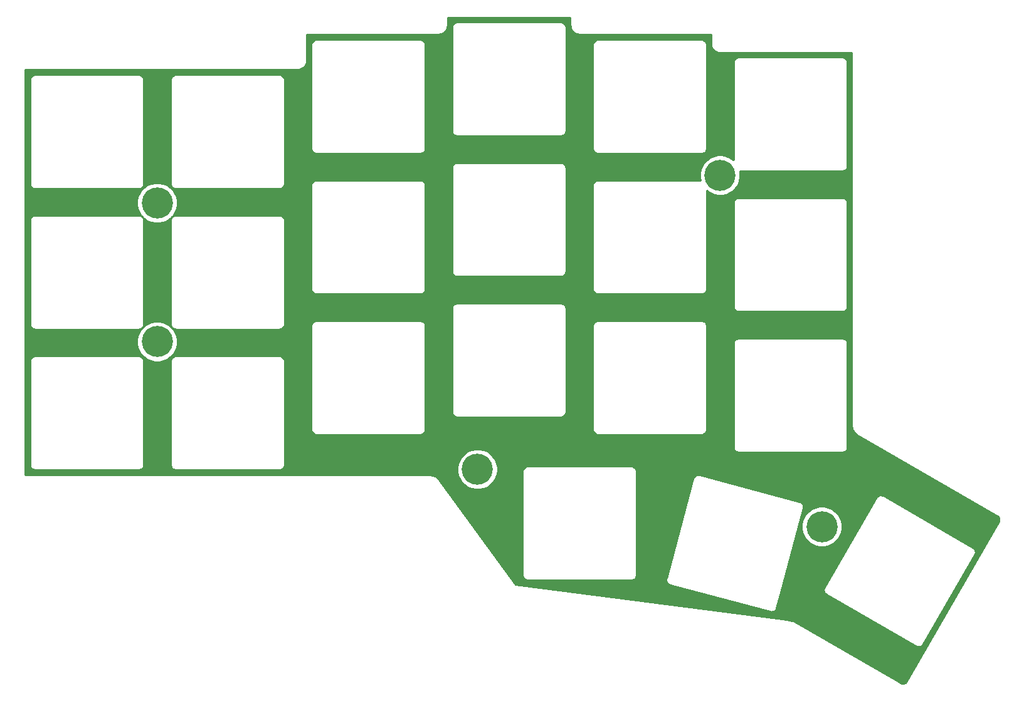
<source format=gbl>
G04 #@! TF.GenerationSoftware,KiCad,Pcbnew,(5.1.4-0-10_14)*
G04 #@! TF.CreationDate,2021-06-12T19:38:40+03:00*
G04 #@! TF.ProjectId,corne-top-plate,636f726e-652d-4746-9f70-2d706c617465,2.1*
G04 #@! TF.SameCoordinates,Original*
G04 #@! TF.FileFunction,Copper,L2,Bot*
G04 #@! TF.FilePolarity,Positive*
%FSLAX46Y46*%
G04 Gerber Fmt 4.6, Leading zero omitted, Abs format (unit mm)*
G04 Created by KiCad (PCBNEW (5.1.4-0-10_14)) date 2021-06-12 19:38:40*
%MOMM*%
%LPD*%
G04 APERTURE LIST*
%ADD10C,4.200000*%
%ADD11C,0.254000*%
G04 APERTURE END LIST*
D10*
X169250000Y-130500000D03*
X79500000Y-105500000D03*
X155500000Y-83000000D03*
X79500000Y-86750000D03*
X122750000Y-122750000D03*
D11*
G36*
X135290000Y-62784876D02*
G01*
X135292955Y-62814876D01*
X135292934Y-62817839D01*
X135293901Y-62827705D01*
X135298941Y-62875660D01*
X135300273Y-62889183D01*
X135300410Y-62889634D01*
X135304101Y-62924754D01*
X135317045Y-62987811D01*
X135329099Y-63051001D01*
X135331964Y-63060491D01*
X135360820Y-63153710D01*
X135385752Y-63213021D01*
X135409865Y-63272702D01*
X135414519Y-63281454D01*
X135460932Y-63367292D01*
X135496898Y-63420612D01*
X135532152Y-63474486D01*
X135538417Y-63482168D01*
X135600619Y-63557357D01*
X135646269Y-63602689D01*
X135691299Y-63648673D01*
X135698938Y-63654992D01*
X135774559Y-63716668D01*
X135828147Y-63752272D01*
X135881262Y-63788641D01*
X135889983Y-63793356D01*
X135976144Y-63839168D01*
X136035612Y-63863679D01*
X136094780Y-63889038D01*
X136104249Y-63891969D01*
X136197667Y-63920174D01*
X136260787Y-63932672D01*
X136323743Y-63946054D01*
X136333602Y-63947090D01*
X136430719Y-63956612D01*
X136430723Y-63956612D01*
X136465123Y-63960000D01*
X154290001Y-63960000D01*
X154290000Y-65284876D01*
X154292955Y-65314876D01*
X154292934Y-65317839D01*
X154293901Y-65327705D01*
X154298941Y-65375660D01*
X154300273Y-65389183D01*
X154300410Y-65389634D01*
X154304101Y-65424754D01*
X154317045Y-65487811D01*
X154329099Y-65551001D01*
X154331964Y-65560491D01*
X154360820Y-65653710D01*
X154385752Y-65713021D01*
X154409865Y-65772702D01*
X154414519Y-65781454D01*
X154460932Y-65867292D01*
X154496898Y-65920612D01*
X154532152Y-65974486D01*
X154538417Y-65982168D01*
X154600619Y-66057357D01*
X154646269Y-66102689D01*
X154691299Y-66148673D01*
X154698938Y-66154992D01*
X154774559Y-66216668D01*
X154828147Y-66252272D01*
X154881262Y-66288641D01*
X154889983Y-66293356D01*
X154976144Y-66339168D01*
X155035612Y-66363679D01*
X155094780Y-66389038D01*
X155104249Y-66391969D01*
X155197667Y-66420174D01*
X155260787Y-66432672D01*
X155323743Y-66446054D01*
X155333602Y-66447090D01*
X155430719Y-66456612D01*
X155430723Y-66456612D01*
X155465123Y-66460000D01*
X173289989Y-66460000D01*
X173287281Y-116845030D01*
X173290608Y-116878830D01*
X173290609Y-116878842D01*
X173301690Y-116992908D01*
X173312058Y-117045518D01*
X173320093Y-117098572D01*
X173322594Y-117108164D01*
X173365582Y-117268462D01*
X173388239Y-117328700D01*
X173410049Y-117389239D01*
X173414366Y-117398163D01*
X173487671Y-117547059D01*
X173521570Y-117601706D01*
X173554746Y-117656893D01*
X173560714Y-117664808D01*
X173661543Y-117796630D01*
X173705431Y-117843674D01*
X173748676Y-117891346D01*
X173756067Y-117897951D01*
X173855081Y-117985206D01*
X173879638Y-118011422D01*
X173964838Y-118072466D01*
X192865230Y-128982842D01*
X192975751Y-129073473D01*
X193059245Y-129174952D01*
X193121444Y-129290724D01*
X193159969Y-129416366D01*
X193173357Y-129547101D01*
X193161097Y-129677939D01*
X193123655Y-129803913D01*
X193048378Y-129946974D01*
X180711149Y-151376503D01*
X180620779Y-151486705D01*
X180519299Y-151570201D01*
X180403527Y-151632400D01*
X180277885Y-151670925D01*
X180147150Y-151684313D01*
X180016312Y-151672053D01*
X179890338Y-151634611D01*
X179746290Y-151558814D01*
X165400066Y-143267823D01*
X165304615Y-143224525D01*
X165168424Y-143192709D01*
X165156734Y-143192321D01*
X164569638Y-143076079D01*
X164546731Y-143070775D01*
X127871366Y-138299807D01*
X117406664Y-123949923D01*
X117336904Y-123871699D01*
X117295505Y-123840476D01*
X117225441Y-123783332D01*
X117171853Y-123747728D01*
X117118738Y-123711359D01*
X117110017Y-123706644D01*
X117023856Y-123660832D01*
X116964388Y-123636321D01*
X116905220Y-123610962D01*
X116895751Y-123608031D01*
X116802333Y-123579826D01*
X116739213Y-123567328D01*
X116676257Y-123553946D01*
X116666398Y-123552910D01*
X116569281Y-123543388D01*
X116569277Y-123543388D01*
X116534877Y-123540000D01*
X61710000Y-123540000D01*
X61710000Y-108125000D01*
X62311638Y-108125000D01*
X62315000Y-108159135D01*
X62315001Y-122090855D01*
X62311638Y-122125000D01*
X62325057Y-122261244D01*
X62364798Y-122392252D01*
X62429333Y-122512989D01*
X62516183Y-122618817D01*
X62622011Y-122705667D01*
X62742748Y-122770202D01*
X62873756Y-122809943D01*
X62975865Y-122820000D01*
X62975866Y-122820000D01*
X63010000Y-122823362D01*
X63044135Y-122820000D01*
X76975865Y-122820000D01*
X77010000Y-122823362D01*
X77044134Y-122820000D01*
X77044135Y-122820000D01*
X77146244Y-122809943D01*
X77277252Y-122770202D01*
X77397989Y-122705667D01*
X77503817Y-122618817D01*
X77590667Y-122512989D01*
X77655202Y-122392252D01*
X77694943Y-122261244D01*
X77708362Y-122125000D01*
X77705000Y-122090865D01*
X77705000Y-108159135D01*
X77708362Y-108125000D01*
X77694943Y-107988756D01*
X77655202Y-107857748D01*
X77590667Y-107737011D01*
X77503817Y-107631183D01*
X77397989Y-107544333D01*
X77277252Y-107479798D01*
X77146244Y-107440057D01*
X77044135Y-107430000D01*
X77010000Y-107426638D01*
X76975866Y-107430000D01*
X63044134Y-107430000D01*
X63010000Y-107426638D01*
X62975865Y-107430000D01*
X62873756Y-107440057D01*
X62742748Y-107479798D01*
X62622011Y-107544333D01*
X62516183Y-107631183D01*
X62429333Y-107737011D01*
X62364798Y-107857748D01*
X62325057Y-107988756D01*
X62311638Y-108125000D01*
X61710000Y-108125000D01*
X61710000Y-105230626D01*
X76765000Y-105230626D01*
X76765000Y-105769374D01*
X76870105Y-106297770D01*
X77076275Y-106795508D01*
X77375587Y-107243461D01*
X77756539Y-107624413D01*
X78204492Y-107923725D01*
X78702230Y-108129895D01*
X79230626Y-108235000D01*
X79769374Y-108235000D01*
X80297770Y-108129895D01*
X80309587Y-108125000D01*
X81311638Y-108125000D01*
X81315000Y-108159135D01*
X81315001Y-122090855D01*
X81311638Y-122125000D01*
X81325057Y-122261244D01*
X81364798Y-122392252D01*
X81429333Y-122512989D01*
X81516183Y-122618817D01*
X81622011Y-122705667D01*
X81742748Y-122770202D01*
X81873756Y-122809943D01*
X81975865Y-122820000D01*
X81975866Y-122820000D01*
X82010000Y-122823362D01*
X82044135Y-122820000D01*
X95975865Y-122820000D01*
X96010000Y-122823362D01*
X96044134Y-122820000D01*
X96044135Y-122820000D01*
X96146244Y-122809943D01*
X96277252Y-122770202D01*
X96397989Y-122705667D01*
X96503817Y-122618817D01*
X96590667Y-122512989D01*
X96607965Y-122480626D01*
X120015000Y-122480626D01*
X120015000Y-123019374D01*
X120120105Y-123547770D01*
X120326275Y-124045508D01*
X120625587Y-124493461D01*
X121006539Y-124874413D01*
X121454492Y-125173725D01*
X121952230Y-125379895D01*
X122480626Y-125485000D01*
X123019374Y-125485000D01*
X123547770Y-125379895D01*
X124045508Y-125173725D01*
X124493461Y-124874413D01*
X124874413Y-124493461D01*
X125173725Y-124045508D01*
X125379895Y-123547770D01*
X125481891Y-123035000D01*
X128831638Y-123035000D01*
X128835000Y-123069135D01*
X128835001Y-137000855D01*
X128831638Y-137035000D01*
X128845057Y-137171244D01*
X128884798Y-137302252D01*
X128949333Y-137422989D01*
X129036183Y-137528817D01*
X129142011Y-137615667D01*
X129262748Y-137680202D01*
X129393756Y-137719943D01*
X129495865Y-137730000D01*
X129495866Y-137730000D01*
X129530000Y-137733362D01*
X129564135Y-137730000D01*
X143495865Y-137730000D01*
X143530000Y-137733362D01*
X143564134Y-137730000D01*
X143564135Y-137730000D01*
X143666244Y-137719943D01*
X143797252Y-137680202D01*
X143857361Y-137648073D01*
X148221920Y-137648073D01*
X148226399Y-137784902D01*
X148257486Y-137918227D01*
X148313987Y-138042928D01*
X148393730Y-138154209D01*
X148493650Y-138247794D01*
X148609909Y-138320088D01*
X148705935Y-138356230D01*
X148705938Y-138356231D01*
X148738037Y-138368312D01*
X148771876Y-138373899D01*
X162228902Y-141979699D01*
X162260998Y-141991779D01*
X162294834Y-141997365D01*
X162294840Y-141997367D01*
X162396072Y-142014080D01*
X162396073Y-142014080D01*
X162532902Y-142009601D01*
X162585371Y-141997367D01*
X162666228Y-141978514D01*
X162790928Y-141922013D01*
X162902209Y-141842270D01*
X162995794Y-141742350D01*
X163068089Y-141626092D01*
X163116313Y-141497963D01*
X163121901Y-141464114D01*
X163757278Y-139092852D01*
X169490956Y-139092852D01*
X169513256Y-139227927D01*
X169561481Y-139356055D01*
X169633774Y-139472313D01*
X169727360Y-139572234D01*
X169767819Y-139601226D01*
X169838642Y-139651977D01*
X169869883Y-139666132D01*
X181935124Y-146632003D01*
X181962998Y-146651977D01*
X181994232Y-146666129D01*
X181994239Y-146666133D01*
X182050994Y-146691848D01*
X182087698Y-146708478D01*
X182170605Y-146727809D01*
X182221023Y-146739565D01*
X182357852Y-146744044D01*
X182492927Y-146721744D01*
X182621055Y-146673519D01*
X182632933Y-146666133D01*
X182737313Y-146601226D01*
X182837234Y-146507640D01*
X182896998Y-146424239D01*
X182897003Y-146424231D01*
X182916976Y-146396358D01*
X182931128Y-146365125D01*
X189897007Y-134299869D01*
X189916976Y-134272002D01*
X189931124Y-134240776D01*
X189931133Y-134240761D01*
X189973477Y-134147303D01*
X190004565Y-134013977D01*
X190009044Y-133877148D01*
X189986744Y-133742073D01*
X189986744Y-133742072D01*
X189938519Y-133613943D01*
X189866225Y-133497686D01*
X189772639Y-133397765D01*
X189689239Y-133338001D01*
X189689224Y-133337992D01*
X189661358Y-133318024D01*
X189630133Y-133303876D01*
X177564873Y-126337996D01*
X177537002Y-126318024D01*
X177505771Y-126303873D01*
X177505760Y-126303867D01*
X177412302Y-126261522D01*
X177278975Y-126230435D01*
X177142148Y-126225956D01*
X177142147Y-126225956D01*
X177007072Y-126248256D01*
X176878943Y-126296481D01*
X176789794Y-126351918D01*
X176762687Y-126368774D01*
X176762686Y-126368775D01*
X176662765Y-126462361D01*
X176603001Y-126545761D01*
X176602996Y-126545769D01*
X176583023Y-126573642D01*
X176568871Y-126604875D01*
X169603000Y-138670120D01*
X169583023Y-138697998D01*
X169526522Y-138822698D01*
X169495435Y-138956025D01*
X169490956Y-139092852D01*
X163757278Y-139092852D01*
X166131905Y-130230626D01*
X166515000Y-130230626D01*
X166515000Y-130769374D01*
X166620105Y-131297770D01*
X166826275Y-131795508D01*
X167125587Y-132243461D01*
X167506539Y-132624413D01*
X167954492Y-132923725D01*
X168452230Y-133129895D01*
X168980626Y-133235000D01*
X169519374Y-133235000D01*
X170047770Y-133129895D01*
X170545508Y-132923725D01*
X170993461Y-132624413D01*
X171374413Y-132243461D01*
X171673725Y-131795508D01*
X171879895Y-131297770D01*
X171985000Y-130769374D01*
X171985000Y-130230626D01*
X171879895Y-129702230D01*
X171673725Y-129204492D01*
X171374413Y-128756539D01*
X170993461Y-128375587D01*
X170545508Y-128076275D01*
X170047770Y-127870105D01*
X169519374Y-127765000D01*
X168980626Y-127765000D01*
X168452230Y-127870105D01*
X167954492Y-128076275D01*
X167506539Y-128375587D01*
X167125587Y-128756539D01*
X166826275Y-129204492D01*
X166620105Y-129702230D01*
X166515000Y-130230626D01*
X166131905Y-130230626D01*
X166727696Y-128007108D01*
X166739780Y-127975002D01*
X166762081Y-127839927D01*
X166757601Y-127703098D01*
X166726514Y-127569772D01*
X166670014Y-127445071D01*
X166590270Y-127333790D01*
X166490350Y-127240205D01*
X166374092Y-127167911D01*
X166278065Y-127131769D01*
X166278063Y-127131768D01*
X166245963Y-127119687D01*
X166212124Y-127114100D01*
X152755108Y-123508304D01*
X152723002Y-123496220D01*
X152587927Y-123473919D01*
X152451098Y-123478399D01*
X152317772Y-123509486D01*
X152193071Y-123565986D01*
X152081790Y-123645730D01*
X151988205Y-123745650D01*
X151915911Y-123861908D01*
X151879769Y-123957935D01*
X151879766Y-123957947D01*
X151867688Y-123990037D01*
X151862103Y-124023866D01*
X148256301Y-137480903D01*
X148244221Y-137512998D01*
X148238635Y-137546834D01*
X148238633Y-137546840D01*
X148227270Y-137615667D01*
X148221920Y-137648073D01*
X143857361Y-137648073D01*
X143917989Y-137615667D01*
X144023817Y-137528817D01*
X144110667Y-137422989D01*
X144175202Y-137302252D01*
X144214943Y-137171244D01*
X144228362Y-137035000D01*
X144225000Y-137000865D01*
X144225000Y-123069135D01*
X144228362Y-123035000D01*
X144214943Y-122898756D01*
X144175202Y-122767748D01*
X144110667Y-122647011D01*
X144023817Y-122541183D01*
X143917989Y-122454333D01*
X143797252Y-122389798D01*
X143666244Y-122350057D01*
X143564135Y-122340000D01*
X143530000Y-122336638D01*
X143495866Y-122340000D01*
X129564134Y-122340000D01*
X129530000Y-122336638D01*
X129495865Y-122340000D01*
X129393756Y-122350057D01*
X129262748Y-122389798D01*
X129142011Y-122454333D01*
X129036183Y-122541183D01*
X128949333Y-122647011D01*
X128884798Y-122767748D01*
X128845057Y-122898756D01*
X128831638Y-123035000D01*
X125481891Y-123035000D01*
X125485000Y-123019374D01*
X125485000Y-122480626D01*
X125379895Y-121952230D01*
X125173725Y-121454492D01*
X124874413Y-121006539D01*
X124493461Y-120625587D01*
X124045508Y-120326275D01*
X123547770Y-120120105D01*
X123019374Y-120015000D01*
X122480626Y-120015000D01*
X121952230Y-120120105D01*
X121454492Y-120326275D01*
X121006539Y-120625587D01*
X120625587Y-121006539D01*
X120326275Y-121454492D01*
X120120105Y-121952230D01*
X120015000Y-122480626D01*
X96607965Y-122480626D01*
X96655202Y-122392252D01*
X96694943Y-122261244D01*
X96708362Y-122125000D01*
X96705000Y-122090865D01*
X96705000Y-108159135D01*
X96708362Y-108125000D01*
X96694943Y-107988756D01*
X96655202Y-107857748D01*
X96590667Y-107737011D01*
X96503817Y-107631183D01*
X96397989Y-107544333D01*
X96277252Y-107479798D01*
X96146244Y-107440057D01*
X96044135Y-107430000D01*
X96010000Y-107426638D01*
X95975866Y-107430000D01*
X82044134Y-107430000D01*
X82010000Y-107426638D01*
X81975865Y-107430000D01*
X81873756Y-107440057D01*
X81742748Y-107479798D01*
X81622011Y-107544333D01*
X81516183Y-107631183D01*
X81429333Y-107737011D01*
X81364798Y-107857748D01*
X81325057Y-107988756D01*
X81311638Y-108125000D01*
X80309587Y-108125000D01*
X80795508Y-107923725D01*
X81243461Y-107624413D01*
X81624413Y-107243461D01*
X81923725Y-106795508D01*
X82129895Y-106297770D01*
X82235000Y-105769374D01*
X82235000Y-105230626D01*
X82129895Y-104702230D01*
X81923725Y-104204492D01*
X81624413Y-103756539D01*
X81243461Y-103375587D01*
X80795508Y-103076275D01*
X80297770Y-102870105D01*
X79769374Y-102765000D01*
X79230626Y-102765000D01*
X78702230Y-102870105D01*
X78204492Y-103076275D01*
X77756539Y-103375587D01*
X77375587Y-103756539D01*
X77076275Y-104204492D01*
X76870105Y-104702230D01*
X76765000Y-105230626D01*
X61710000Y-105230626D01*
X61710000Y-89125000D01*
X62311638Y-89125000D01*
X62315000Y-89159135D01*
X62315001Y-103090855D01*
X62311638Y-103125000D01*
X62325057Y-103261244D01*
X62364798Y-103392252D01*
X62429333Y-103512989D01*
X62516183Y-103618817D01*
X62622011Y-103705667D01*
X62742748Y-103770202D01*
X62873756Y-103809943D01*
X62975865Y-103820000D01*
X62975866Y-103820000D01*
X63010000Y-103823362D01*
X63044135Y-103820000D01*
X76975865Y-103820000D01*
X77010000Y-103823362D01*
X77044134Y-103820000D01*
X77044135Y-103820000D01*
X77146244Y-103809943D01*
X77277252Y-103770202D01*
X77397989Y-103705667D01*
X77503817Y-103618817D01*
X77590667Y-103512989D01*
X77655202Y-103392252D01*
X77694943Y-103261244D01*
X77708362Y-103125000D01*
X77705000Y-103090865D01*
X77705000Y-89159135D01*
X77708362Y-89125000D01*
X77694943Y-88988756D01*
X77655202Y-88857748D01*
X77590667Y-88737011D01*
X77503817Y-88631183D01*
X77397989Y-88544333D01*
X77277252Y-88479798D01*
X77146244Y-88440057D01*
X77044135Y-88430000D01*
X77010000Y-88426638D01*
X76975866Y-88430000D01*
X63044134Y-88430000D01*
X63010000Y-88426638D01*
X62975865Y-88430000D01*
X62873756Y-88440057D01*
X62742748Y-88479798D01*
X62622011Y-88544333D01*
X62516183Y-88631183D01*
X62429333Y-88737011D01*
X62364798Y-88857748D01*
X62325057Y-88988756D01*
X62311638Y-89125000D01*
X61710000Y-89125000D01*
X61710000Y-86480626D01*
X76765000Y-86480626D01*
X76765000Y-87019374D01*
X76870105Y-87547770D01*
X77076275Y-88045508D01*
X77375587Y-88493461D01*
X77756539Y-88874413D01*
X78204492Y-89173725D01*
X78702230Y-89379895D01*
X79230626Y-89485000D01*
X79769374Y-89485000D01*
X80297770Y-89379895D01*
X80795508Y-89173725D01*
X80868430Y-89125000D01*
X81311638Y-89125000D01*
X81315000Y-89159135D01*
X81315001Y-103090855D01*
X81311638Y-103125000D01*
X81325057Y-103261244D01*
X81364798Y-103392252D01*
X81429333Y-103512989D01*
X81516183Y-103618817D01*
X81622011Y-103705667D01*
X81742748Y-103770202D01*
X81873756Y-103809943D01*
X81975865Y-103820000D01*
X81975866Y-103820000D01*
X82010000Y-103823362D01*
X82044135Y-103820000D01*
X95975865Y-103820000D01*
X96010000Y-103823362D01*
X96044134Y-103820000D01*
X96044135Y-103820000D01*
X96146244Y-103809943D01*
X96277252Y-103770202D01*
X96397989Y-103705667D01*
X96503817Y-103618817D01*
X96590667Y-103512989D01*
X96655202Y-103392252D01*
X96660435Y-103375000D01*
X100311638Y-103375000D01*
X100315000Y-103409135D01*
X100315001Y-117340855D01*
X100311638Y-117375000D01*
X100325057Y-117511244D01*
X100364798Y-117642252D01*
X100429333Y-117762989D01*
X100516183Y-117868817D01*
X100622011Y-117955667D01*
X100742748Y-118020202D01*
X100873756Y-118059943D01*
X100975865Y-118070000D01*
X100975866Y-118070000D01*
X101010000Y-118073362D01*
X101044135Y-118070000D01*
X114975865Y-118070000D01*
X115010000Y-118073362D01*
X115044134Y-118070000D01*
X115044135Y-118070000D01*
X115146244Y-118059943D01*
X115277252Y-118020202D01*
X115397989Y-117955667D01*
X115503817Y-117868817D01*
X115590667Y-117762989D01*
X115655202Y-117642252D01*
X115694943Y-117511244D01*
X115708362Y-117375000D01*
X115705000Y-117340865D01*
X115705000Y-103409135D01*
X115708362Y-103375000D01*
X115694943Y-103238756D01*
X115655202Y-103107748D01*
X115590667Y-102987011D01*
X115503817Y-102881183D01*
X115397989Y-102794333D01*
X115277252Y-102729798D01*
X115146244Y-102690057D01*
X115044135Y-102680000D01*
X115010000Y-102676638D01*
X114975866Y-102680000D01*
X101044134Y-102680000D01*
X101010000Y-102676638D01*
X100975865Y-102680000D01*
X100873756Y-102690057D01*
X100742748Y-102729798D01*
X100622011Y-102794333D01*
X100516183Y-102881183D01*
X100429333Y-102987011D01*
X100364798Y-103107748D01*
X100325057Y-103238756D01*
X100311638Y-103375000D01*
X96660435Y-103375000D01*
X96694943Y-103261244D01*
X96708362Y-103125000D01*
X96705000Y-103090865D01*
X96705000Y-101000000D01*
X119311638Y-101000000D01*
X119315000Y-101034135D01*
X119315001Y-114965855D01*
X119311638Y-115000000D01*
X119325057Y-115136244D01*
X119364798Y-115267252D01*
X119429333Y-115387989D01*
X119516183Y-115493817D01*
X119622011Y-115580667D01*
X119742748Y-115645202D01*
X119873756Y-115684943D01*
X119975865Y-115695000D01*
X119975866Y-115695000D01*
X120010000Y-115698362D01*
X120044135Y-115695000D01*
X133975865Y-115695000D01*
X134010000Y-115698362D01*
X134044134Y-115695000D01*
X134044135Y-115695000D01*
X134146244Y-115684943D01*
X134277252Y-115645202D01*
X134397989Y-115580667D01*
X134503817Y-115493817D01*
X134590667Y-115387989D01*
X134655202Y-115267252D01*
X134694943Y-115136244D01*
X134708362Y-115000000D01*
X134705000Y-114965865D01*
X134705000Y-103375000D01*
X138311638Y-103375000D01*
X138315000Y-103409135D01*
X138315001Y-117340855D01*
X138311638Y-117375000D01*
X138325057Y-117511244D01*
X138364798Y-117642252D01*
X138429333Y-117762989D01*
X138516183Y-117868817D01*
X138622011Y-117955667D01*
X138742748Y-118020202D01*
X138873756Y-118059943D01*
X138975865Y-118070000D01*
X138975866Y-118070000D01*
X139010000Y-118073362D01*
X139044135Y-118070000D01*
X152975865Y-118070000D01*
X153010000Y-118073362D01*
X153044134Y-118070000D01*
X153044135Y-118070000D01*
X153146244Y-118059943D01*
X153277252Y-118020202D01*
X153397989Y-117955667D01*
X153503817Y-117868817D01*
X153590667Y-117762989D01*
X153655202Y-117642252D01*
X153694943Y-117511244D01*
X153708362Y-117375000D01*
X153705000Y-117340865D01*
X153705000Y-105750000D01*
X157311638Y-105750000D01*
X157315000Y-105784135D01*
X157315001Y-119715855D01*
X157311638Y-119750000D01*
X157325057Y-119886244D01*
X157364798Y-120017252D01*
X157429333Y-120137989D01*
X157516183Y-120243817D01*
X157622011Y-120330667D01*
X157742748Y-120395202D01*
X157873756Y-120434943D01*
X157975865Y-120445000D01*
X157975866Y-120445000D01*
X158010000Y-120448362D01*
X158044135Y-120445000D01*
X171975865Y-120445000D01*
X172010000Y-120448362D01*
X172044134Y-120445000D01*
X172044135Y-120445000D01*
X172146244Y-120434943D01*
X172277252Y-120395202D01*
X172397989Y-120330667D01*
X172503817Y-120243817D01*
X172590667Y-120137989D01*
X172655202Y-120017252D01*
X172694943Y-119886244D01*
X172708362Y-119750000D01*
X172705000Y-119715865D01*
X172705000Y-105784135D01*
X172708362Y-105750000D01*
X172694943Y-105613756D01*
X172655202Y-105482748D01*
X172590667Y-105362011D01*
X172503817Y-105256183D01*
X172397989Y-105169333D01*
X172277252Y-105104798D01*
X172146244Y-105065057D01*
X172044135Y-105055000D01*
X172010000Y-105051638D01*
X171975866Y-105055000D01*
X158044134Y-105055000D01*
X158010000Y-105051638D01*
X157975865Y-105055000D01*
X157873756Y-105065057D01*
X157742748Y-105104798D01*
X157622011Y-105169333D01*
X157516183Y-105256183D01*
X157429333Y-105362011D01*
X157364798Y-105482748D01*
X157325057Y-105613756D01*
X157311638Y-105750000D01*
X153705000Y-105750000D01*
X153705000Y-103409135D01*
X153708362Y-103375000D01*
X153694943Y-103238756D01*
X153655202Y-103107748D01*
X153590667Y-102987011D01*
X153503817Y-102881183D01*
X153397989Y-102794333D01*
X153277252Y-102729798D01*
X153146244Y-102690057D01*
X153044135Y-102680000D01*
X153010000Y-102676638D01*
X152975866Y-102680000D01*
X139044134Y-102680000D01*
X139010000Y-102676638D01*
X138975865Y-102680000D01*
X138873756Y-102690057D01*
X138742748Y-102729798D01*
X138622011Y-102794333D01*
X138516183Y-102881183D01*
X138429333Y-102987011D01*
X138364798Y-103107748D01*
X138325057Y-103238756D01*
X138311638Y-103375000D01*
X134705000Y-103375000D01*
X134705000Y-101034135D01*
X134708362Y-101000000D01*
X134694943Y-100863756D01*
X134655202Y-100732748D01*
X134590667Y-100612011D01*
X134503817Y-100506183D01*
X134397989Y-100419333D01*
X134277252Y-100354798D01*
X134146244Y-100315057D01*
X134044135Y-100305000D01*
X134010000Y-100301638D01*
X133975866Y-100305000D01*
X120044134Y-100305000D01*
X120010000Y-100301638D01*
X119975865Y-100305000D01*
X119873756Y-100315057D01*
X119742748Y-100354798D01*
X119622011Y-100419333D01*
X119516183Y-100506183D01*
X119429333Y-100612011D01*
X119364798Y-100732748D01*
X119325057Y-100863756D01*
X119311638Y-101000000D01*
X96705000Y-101000000D01*
X96705000Y-89159135D01*
X96708362Y-89125000D01*
X96694943Y-88988756D01*
X96655202Y-88857748D01*
X96590667Y-88737011D01*
X96503817Y-88631183D01*
X96397989Y-88544333D01*
X96277252Y-88479798D01*
X96146244Y-88440057D01*
X96044135Y-88430000D01*
X96010000Y-88426638D01*
X95975866Y-88430000D01*
X82044134Y-88430000D01*
X82010000Y-88426638D01*
X81975865Y-88430000D01*
X81873756Y-88440057D01*
X81742748Y-88479798D01*
X81622011Y-88544333D01*
X81516183Y-88631183D01*
X81429333Y-88737011D01*
X81364798Y-88857748D01*
X81325057Y-88988756D01*
X81311638Y-89125000D01*
X80868430Y-89125000D01*
X81243461Y-88874413D01*
X81624413Y-88493461D01*
X81923725Y-88045508D01*
X82129895Y-87547770D01*
X82235000Y-87019374D01*
X82235000Y-86480626D01*
X82129895Y-85952230D01*
X81923725Y-85454492D01*
X81624413Y-85006539D01*
X81243461Y-84625587D01*
X80795508Y-84326275D01*
X80297770Y-84120105D01*
X79769374Y-84015000D01*
X79230626Y-84015000D01*
X78702230Y-84120105D01*
X78204492Y-84326275D01*
X77756539Y-84625587D01*
X77375587Y-85006539D01*
X77076275Y-85454492D01*
X76870105Y-85952230D01*
X76765000Y-86480626D01*
X61710000Y-86480626D01*
X61710000Y-70125000D01*
X62311638Y-70125000D01*
X62315000Y-70159135D01*
X62315001Y-84090855D01*
X62311638Y-84125000D01*
X62325057Y-84261244D01*
X62364798Y-84392252D01*
X62429333Y-84512989D01*
X62516183Y-84618817D01*
X62622011Y-84705667D01*
X62742748Y-84770202D01*
X62873756Y-84809943D01*
X62975865Y-84820000D01*
X62975866Y-84820000D01*
X63010000Y-84823362D01*
X63044135Y-84820000D01*
X76975865Y-84820000D01*
X77010000Y-84823362D01*
X77044134Y-84820000D01*
X77044135Y-84820000D01*
X77146244Y-84809943D01*
X77277252Y-84770202D01*
X77397989Y-84705667D01*
X77503817Y-84618817D01*
X77590667Y-84512989D01*
X77655202Y-84392252D01*
X77694943Y-84261244D01*
X77708362Y-84125000D01*
X77705000Y-84090865D01*
X77705000Y-70159135D01*
X77708362Y-70125000D01*
X81311638Y-70125000D01*
X81315000Y-70159135D01*
X81315001Y-84090855D01*
X81311638Y-84125000D01*
X81325057Y-84261244D01*
X81364798Y-84392252D01*
X81429333Y-84512989D01*
X81516183Y-84618817D01*
X81622011Y-84705667D01*
X81742748Y-84770202D01*
X81873756Y-84809943D01*
X81975865Y-84820000D01*
X81975866Y-84820000D01*
X82010000Y-84823362D01*
X82044135Y-84820000D01*
X95975865Y-84820000D01*
X96010000Y-84823362D01*
X96044134Y-84820000D01*
X96044135Y-84820000D01*
X96146244Y-84809943D01*
X96277252Y-84770202D01*
X96397989Y-84705667D01*
X96503817Y-84618817D01*
X96590667Y-84512989D01*
X96655202Y-84392252D01*
X96660435Y-84375000D01*
X100311638Y-84375000D01*
X100315000Y-84409135D01*
X100315001Y-98340855D01*
X100311638Y-98375000D01*
X100325057Y-98511244D01*
X100364798Y-98642252D01*
X100429333Y-98762989D01*
X100516183Y-98868817D01*
X100622011Y-98955667D01*
X100742748Y-99020202D01*
X100873756Y-99059943D01*
X100975865Y-99070000D01*
X100975866Y-99070000D01*
X101010000Y-99073362D01*
X101044135Y-99070000D01*
X114975865Y-99070000D01*
X115010000Y-99073362D01*
X115044134Y-99070000D01*
X115044135Y-99070000D01*
X115146244Y-99059943D01*
X115277252Y-99020202D01*
X115397989Y-98955667D01*
X115503817Y-98868817D01*
X115590667Y-98762989D01*
X115655202Y-98642252D01*
X115694943Y-98511244D01*
X115708362Y-98375000D01*
X115705000Y-98340865D01*
X115705000Y-84409135D01*
X115708362Y-84375000D01*
X115694943Y-84238756D01*
X115655202Y-84107748D01*
X115590667Y-83987011D01*
X115503817Y-83881183D01*
X115397989Y-83794333D01*
X115277252Y-83729798D01*
X115146244Y-83690057D01*
X115044135Y-83680000D01*
X115010000Y-83676638D01*
X114975866Y-83680000D01*
X101044134Y-83680000D01*
X101010000Y-83676638D01*
X100975865Y-83680000D01*
X100873756Y-83690057D01*
X100742748Y-83729798D01*
X100622011Y-83794333D01*
X100516183Y-83881183D01*
X100429333Y-83987011D01*
X100364798Y-84107748D01*
X100325057Y-84238756D01*
X100311638Y-84375000D01*
X96660435Y-84375000D01*
X96694943Y-84261244D01*
X96708362Y-84125000D01*
X96705000Y-84090865D01*
X96705000Y-82000000D01*
X119311638Y-82000000D01*
X119315000Y-82034135D01*
X119315001Y-95965855D01*
X119311638Y-96000000D01*
X119325057Y-96136244D01*
X119364798Y-96267252D01*
X119429333Y-96387989D01*
X119516183Y-96493817D01*
X119622011Y-96580667D01*
X119742748Y-96645202D01*
X119873756Y-96684943D01*
X119975865Y-96695000D01*
X119975866Y-96695000D01*
X120010000Y-96698362D01*
X120044135Y-96695000D01*
X133975865Y-96695000D01*
X134010000Y-96698362D01*
X134044134Y-96695000D01*
X134044135Y-96695000D01*
X134146244Y-96684943D01*
X134277252Y-96645202D01*
X134397989Y-96580667D01*
X134503817Y-96493817D01*
X134590667Y-96387989D01*
X134655202Y-96267252D01*
X134694943Y-96136244D01*
X134708362Y-96000000D01*
X134705000Y-95965865D01*
X134705000Y-84375000D01*
X138311638Y-84375000D01*
X138315000Y-84409135D01*
X138315001Y-98340855D01*
X138311638Y-98375000D01*
X138325057Y-98511244D01*
X138364798Y-98642252D01*
X138429333Y-98762989D01*
X138516183Y-98868817D01*
X138622011Y-98955667D01*
X138742748Y-99020202D01*
X138873756Y-99059943D01*
X138975865Y-99070000D01*
X138975866Y-99070000D01*
X139010000Y-99073362D01*
X139044135Y-99070000D01*
X152975865Y-99070000D01*
X153010000Y-99073362D01*
X153044134Y-99070000D01*
X153044135Y-99070000D01*
X153146244Y-99059943D01*
X153277252Y-99020202D01*
X153397989Y-98955667D01*
X153503817Y-98868817D01*
X153590667Y-98762989D01*
X153655202Y-98642252D01*
X153694943Y-98511244D01*
X153708362Y-98375000D01*
X153705000Y-98340865D01*
X153705000Y-86750000D01*
X157311638Y-86750000D01*
X157315000Y-86784135D01*
X157315001Y-100715855D01*
X157311638Y-100750000D01*
X157325057Y-100886244D01*
X157364798Y-101017252D01*
X157429333Y-101137989D01*
X157516183Y-101243817D01*
X157622011Y-101330667D01*
X157742748Y-101395202D01*
X157873756Y-101434943D01*
X157975865Y-101445000D01*
X157975866Y-101445000D01*
X158010000Y-101448362D01*
X158044135Y-101445000D01*
X171975865Y-101445000D01*
X172010000Y-101448362D01*
X172044134Y-101445000D01*
X172044135Y-101445000D01*
X172146244Y-101434943D01*
X172277252Y-101395202D01*
X172397989Y-101330667D01*
X172503817Y-101243817D01*
X172590667Y-101137989D01*
X172655202Y-101017252D01*
X172694943Y-100886244D01*
X172708362Y-100750000D01*
X172705000Y-100715865D01*
X172705000Y-86784135D01*
X172708362Y-86750000D01*
X172694943Y-86613756D01*
X172655202Y-86482748D01*
X172590667Y-86362011D01*
X172503817Y-86256183D01*
X172397989Y-86169333D01*
X172277252Y-86104798D01*
X172146244Y-86065057D01*
X172044135Y-86055000D01*
X172010000Y-86051638D01*
X171975866Y-86055000D01*
X158044134Y-86055000D01*
X158010000Y-86051638D01*
X157975865Y-86055000D01*
X157873756Y-86065057D01*
X157742748Y-86104798D01*
X157622011Y-86169333D01*
X157516183Y-86256183D01*
X157429333Y-86362011D01*
X157364798Y-86482748D01*
X157325057Y-86613756D01*
X157311638Y-86750000D01*
X153705000Y-86750000D01*
X153705000Y-85072874D01*
X153756539Y-85124413D01*
X154204492Y-85423725D01*
X154702230Y-85629895D01*
X155230626Y-85735000D01*
X155769374Y-85735000D01*
X156297770Y-85629895D01*
X156795508Y-85423725D01*
X157243461Y-85124413D01*
X157624413Y-84743461D01*
X157923725Y-84295508D01*
X158129895Y-83797770D01*
X158235000Y-83269374D01*
X158235000Y-82730626D01*
X158178185Y-82445000D01*
X171975865Y-82445000D01*
X172010000Y-82448362D01*
X172044134Y-82445000D01*
X172044135Y-82445000D01*
X172146244Y-82434943D01*
X172277252Y-82395202D01*
X172397989Y-82330667D01*
X172503817Y-82243817D01*
X172590667Y-82137989D01*
X172655202Y-82017252D01*
X172694943Y-81886244D01*
X172708362Y-81750000D01*
X172705000Y-81715865D01*
X172705000Y-67784135D01*
X172708362Y-67750000D01*
X172696381Y-67628351D01*
X172694943Y-67613756D01*
X172655202Y-67482748D01*
X172590667Y-67362011D01*
X172503817Y-67256183D01*
X172397989Y-67169333D01*
X172277252Y-67104798D01*
X172146244Y-67065057D01*
X172010000Y-67051638D01*
X171975866Y-67055000D01*
X158044134Y-67055000D01*
X158010000Y-67051638D01*
X157975865Y-67055000D01*
X157873756Y-67065057D01*
X157742748Y-67104798D01*
X157622011Y-67169333D01*
X157516183Y-67256183D01*
X157429333Y-67362011D01*
X157364798Y-67482748D01*
X157325057Y-67613756D01*
X157311638Y-67750000D01*
X157315000Y-67784135D01*
X157315001Y-80947127D01*
X157243461Y-80875587D01*
X156795508Y-80576275D01*
X156297770Y-80370105D01*
X155769374Y-80265000D01*
X155230626Y-80265000D01*
X154702230Y-80370105D01*
X154204492Y-80576275D01*
X153756539Y-80875587D01*
X153375587Y-81256539D01*
X153076275Y-81704492D01*
X152870105Y-82202230D01*
X152765000Y-82730626D01*
X152765000Y-83269374D01*
X152846679Y-83680000D01*
X139044134Y-83680000D01*
X139010000Y-83676638D01*
X138975865Y-83680000D01*
X138873756Y-83690057D01*
X138742748Y-83729798D01*
X138622011Y-83794333D01*
X138516183Y-83881183D01*
X138429333Y-83987011D01*
X138364798Y-84107748D01*
X138325057Y-84238756D01*
X138311638Y-84375000D01*
X134705000Y-84375000D01*
X134705000Y-82034135D01*
X134708362Y-82000000D01*
X134694943Y-81863756D01*
X134655202Y-81732748D01*
X134590667Y-81612011D01*
X134503817Y-81506183D01*
X134397989Y-81419333D01*
X134277252Y-81354798D01*
X134146244Y-81315057D01*
X134044135Y-81305000D01*
X134010000Y-81301638D01*
X133975866Y-81305000D01*
X120044134Y-81305000D01*
X120010000Y-81301638D01*
X119975865Y-81305000D01*
X119873756Y-81315057D01*
X119742748Y-81354798D01*
X119622011Y-81419333D01*
X119516183Y-81506183D01*
X119429333Y-81612011D01*
X119364798Y-81732748D01*
X119325057Y-81863756D01*
X119311638Y-82000000D01*
X96705000Y-82000000D01*
X96705000Y-70159135D01*
X96708362Y-70125000D01*
X96694943Y-69988756D01*
X96655202Y-69857748D01*
X96590667Y-69737011D01*
X96503817Y-69631183D01*
X96397989Y-69544333D01*
X96277252Y-69479798D01*
X96146244Y-69440057D01*
X96044135Y-69430000D01*
X96010000Y-69426638D01*
X95975866Y-69430000D01*
X82044134Y-69430000D01*
X82010000Y-69426638D01*
X81975865Y-69430000D01*
X81873756Y-69440057D01*
X81742748Y-69479798D01*
X81622011Y-69544333D01*
X81516183Y-69631183D01*
X81429333Y-69737011D01*
X81364798Y-69857748D01*
X81325057Y-69988756D01*
X81311638Y-70125000D01*
X77708362Y-70125000D01*
X77694943Y-69988756D01*
X77655202Y-69857748D01*
X77590667Y-69737011D01*
X77503817Y-69631183D01*
X77397989Y-69544333D01*
X77277252Y-69479798D01*
X77146244Y-69440057D01*
X77044135Y-69430000D01*
X77010000Y-69426638D01*
X76975866Y-69430000D01*
X63044134Y-69430000D01*
X63010000Y-69426638D01*
X62975865Y-69430000D01*
X62873756Y-69440057D01*
X62742748Y-69479798D01*
X62622011Y-69544333D01*
X62516183Y-69631183D01*
X62429333Y-69737011D01*
X62364798Y-69857748D01*
X62325057Y-69988756D01*
X62311638Y-70125000D01*
X61710000Y-70125000D01*
X61710000Y-68710000D01*
X98534877Y-68710000D01*
X98564877Y-68707045D01*
X98567839Y-68707066D01*
X98577705Y-68706099D01*
X98625645Y-68701060D01*
X98639184Y-68699727D01*
X98639636Y-68699590D01*
X98674754Y-68695899D01*
X98737811Y-68682955D01*
X98801001Y-68670901D01*
X98810491Y-68668036D01*
X98903710Y-68639180D01*
X98963021Y-68614248D01*
X99022702Y-68590135D01*
X99031454Y-68585481D01*
X99117292Y-68539068D01*
X99170612Y-68503102D01*
X99224486Y-68467848D01*
X99232168Y-68461583D01*
X99307357Y-68399381D01*
X99352689Y-68353731D01*
X99398673Y-68308701D01*
X99404992Y-68301062D01*
X99466668Y-68225441D01*
X99502272Y-68171853D01*
X99538641Y-68118738D01*
X99543356Y-68110017D01*
X99589168Y-68023856D01*
X99613679Y-67964388D01*
X99639038Y-67905220D01*
X99641969Y-67895751D01*
X99670174Y-67802333D01*
X99682672Y-67739213D01*
X99696054Y-67676257D01*
X99697090Y-67666398D01*
X99706612Y-67569281D01*
X99706612Y-67569277D01*
X99710000Y-67534877D01*
X99710000Y-65375000D01*
X100311638Y-65375000D01*
X100315000Y-65409135D01*
X100315001Y-79340855D01*
X100311638Y-79375000D01*
X100325057Y-79511244D01*
X100364798Y-79642252D01*
X100429333Y-79762989D01*
X100516183Y-79868817D01*
X100622011Y-79955667D01*
X100742748Y-80020202D01*
X100873756Y-80059943D01*
X100975865Y-80070000D01*
X100975866Y-80070000D01*
X101010000Y-80073362D01*
X101044135Y-80070000D01*
X114975865Y-80070000D01*
X115010000Y-80073362D01*
X115044134Y-80070000D01*
X115044135Y-80070000D01*
X115146244Y-80059943D01*
X115277252Y-80020202D01*
X115397989Y-79955667D01*
X115503817Y-79868817D01*
X115590667Y-79762989D01*
X115655202Y-79642252D01*
X115694943Y-79511244D01*
X115708362Y-79375000D01*
X115705000Y-79340865D01*
X115705000Y-65409135D01*
X115708362Y-65375000D01*
X115701660Y-65306949D01*
X115694943Y-65238756D01*
X115655202Y-65107748D01*
X115590667Y-64987011D01*
X115503817Y-64881183D01*
X115397989Y-64794333D01*
X115277252Y-64729798D01*
X115146244Y-64690057D01*
X115010000Y-64676638D01*
X114975866Y-64680000D01*
X101044134Y-64680000D01*
X101010000Y-64676638D01*
X100975865Y-64680000D01*
X100873756Y-64690057D01*
X100742748Y-64729798D01*
X100622011Y-64794333D01*
X100516183Y-64881183D01*
X100429333Y-64987011D01*
X100364798Y-65107748D01*
X100325057Y-65238756D01*
X100311638Y-65375000D01*
X99710000Y-65375000D01*
X99710000Y-63960000D01*
X117534877Y-63960000D01*
X117564877Y-63957045D01*
X117567839Y-63957066D01*
X117577705Y-63956099D01*
X117625645Y-63951060D01*
X117639184Y-63949727D01*
X117639636Y-63949590D01*
X117674754Y-63945899D01*
X117737811Y-63932955D01*
X117801001Y-63920901D01*
X117810491Y-63918036D01*
X117903710Y-63889180D01*
X117963021Y-63864248D01*
X118022702Y-63840135D01*
X118031454Y-63835481D01*
X118117292Y-63789068D01*
X118170612Y-63753102D01*
X118224486Y-63717848D01*
X118232168Y-63711583D01*
X118307357Y-63649381D01*
X118352689Y-63603731D01*
X118398673Y-63558701D01*
X118404992Y-63551062D01*
X118466668Y-63475441D01*
X118502272Y-63421853D01*
X118538641Y-63368738D01*
X118543356Y-63360017D01*
X118589168Y-63273856D01*
X118613679Y-63214388D01*
X118639038Y-63155220D01*
X118641969Y-63145751D01*
X118670174Y-63052333D01*
X118680536Y-63000000D01*
X119311638Y-63000000D01*
X119315000Y-63034135D01*
X119315001Y-76965855D01*
X119311638Y-77000000D01*
X119325057Y-77136244D01*
X119364798Y-77267252D01*
X119429333Y-77387989D01*
X119516183Y-77493817D01*
X119622011Y-77580667D01*
X119742748Y-77645202D01*
X119873756Y-77684943D01*
X119975865Y-77695000D01*
X119975866Y-77695000D01*
X120010000Y-77698362D01*
X120044135Y-77695000D01*
X133975865Y-77695000D01*
X134010000Y-77698362D01*
X134044134Y-77695000D01*
X134044135Y-77695000D01*
X134146244Y-77684943D01*
X134277252Y-77645202D01*
X134397989Y-77580667D01*
X134503817Y-77493817D01*
X134590667Y-77387989D01*
X134655202Y-77267252D01*
X134694943Y-77136244D01*
X134708362Y-77000000D01*
X134705000Y-76965865D01*
X134705000Y-65375000D01*
X138311638Y-65375000D01*
X138315000Y-65409135D01*
X138315001Y-79340855D01*
X138311638Y-79375000D01*
X138325057Y-79511244D01*
X138364798Y-79642252D01*
X138429333Y-79762989D01*
X138516183Y-79868817D01*
X138622011Y-79955667D01*
X138742748Y-80020202D01*
X138873756Y-80059943D01*
X138975865Y-80070000D01*
X138975866Y-80070000D01*
X139010000Y-80073362D01*
X139044135Y-80070000D01*
X152975865Y-80070000D01*
X153010000Y-80073362D01*
X153044134Y-80070000D01*
X153044135Y-80070000D01*
X153146244Y-80059943D01*
X153277252Y-80020202D01*
X153397989Y-79955667D01*
X153503817Y-79868817D01*
X153590667Y-79762989D01*
X153655202Y-79642252D01*
X153694943Y-79511244D01*
X153708362Y-79375000D01*
X153705000Y-79340865D01*
X153705000Y-65409135D01*
X153708362Y-65375000D01*
X153701660Y-65306949D01*
X153694943Y-65238756D01*
X153655202Y-65107748D01*
X153590667Y-64987011D01*
X153503817Y-64881183D01*
X153397989Y-64794333D01*
X153277252Y-64729798D01*
X153146244Y-64690057D01*
X153010000Y-64676638D01*
X152975866Y-64680000D01*
X139044134Y-64680000D01*
X139010000Y-64676638D01*
X138975865Y-64680000D01*
X138873756Y-64690057D01*
X138742748Y-64729798D01*
X138622011Y-64794333D01*
X138516183Y-64881183D01*
X138429333Y-64987011D01*
X138364798Y-65107748D01*
X138325057Y-65238756D01*
X138311638Y-65375000D01*
X134705000Y-65375000D01*
X134705000Y-63034135D01*
X134708362Y-63000000D01*
X134703968Y-62955382D01*
X134694943Y-62863756D01*
X134655202Y-62732748D01*
X134590667Y-62612011D01*
X134503817Y-62506183D01*
X134397989Y-62419333D01*
X134277252Y-62354798D01*
X134146244Y-62315057D01*
X134010000Y-62301638D01*
X133975866Y-62305000D01*
X120044134Y-62305000D01*
X120010000Y-62301638D01*
X119975865Y-62305000D01*
X119873756Y-62315057D01*
X119742748Y-62354798D01*
X119622011Y-62419333D01*
X119516183Y-62506183D01*
X119429333Y-62612011D01*
X119364798Y-62732748D01*
X119325057Y-62863756D01*
X119311638Y-63000000D01*
X118680536Y-63000000D01*
X118682672Y-62989213D01*
X118696054Y-62926257D01*
X118697090Y-62916398D01*
X118706612Y-62819281D01*
X118706612Y-62819277D01*
X118710000Y-62784877D01*
X118710000Y-61710000D01*
X135290001Y-61710000D01*
X135290000Y-62784876D01*
X135290000Y-62784876D01*
G37*
X135290000Y-62784876D02*
X135292955Y-62814876D01*
X135292934Y-62817839D01*
X135293901Y-62827705D01*
X135298941Y-62875660D01*
X135300273Y-62889183D01*
X135300410Y-62889634D01*
X135304101Y-62924754D01*
X135317045Y-62987811D01*
X135329099Y-63051001D01*
X135331964Y-63060491D01*
X135360820Y-63153710D01*
X135385752Y-63213021D01*
X135409865Y-63272702D01*
X135414519Y-63281454D01*
X135460932Y-63367292D01*
X135496898Y-63420612D01*
X135532152Y-63474486D01*
X135538417Y-63482168D01*
X135600619Y-63557357D01*
X135646269Y-63602689D01*
X135691299Y-63648673D01*
X135698938Y-63654992D01*
X135774559Y-63716668D01*
X135828147Y-63752272D01*
X135881262Y-63788641D01*
X135889983Y-63793356D01*
X135976144Y-63839168D01*
X136035612Y-63863679D01*
X136094780Y-63889038D01*
X136104249Y-63891969D01*
X136197667Y-63920174D01*
X136260787Y-63932672D01*
X136323743Y-63946054D01*
X136333602Y-63947090D01*
X136430719Y-63956612D01*
X136430723Y-63956612D01*
X136465123Y-63960000D01*
X154290001Y-63960000D01*
X154290000Y-65284876D01*
X154292955Y-65314876D01*
X154292934Y-65317839D01*
X154293901Y-65327705D01*
X154298941Y-65375660D01*
X154300273Y-65389183D01*
X154300410Y-65389634D01*
X154304101Y-65424754D01*
X154317045Y-65487811D01*
X154329099Y-65551001D01*
X154331964Y-65560491D01*
X154360820Y-65653710D01*
X154385752Y-65713021D01*
X154409865Y-65772702D01*
X154414519Y-65781454D01*
X154460932Y-65867292D01*
X154496898Y-65920612D01*
X154532152Y-65974486D01*
X154538417Y-65982168D01*
X154600619Y-66057357D01*
X154646269Y-66102689D01*
X154691299Y-66148673D01*
X154698938Y-66154992D01*
X154774559Y-66216668D01*
X154828147Y-66252272D01*
X154881262Y-66288641D01*
X154889983Y-66293356D01*
X154976144Y-66339168D01*
X155035612Y-66363679D01*
X155094780Y-66389038D01*
X155104249Y-66391969D01*
X155197667Y-66420174D01*
X155260787Y-66432672D01*
X155323743Y-66446054D01*
X155333602Y-66447090D01*
X155430719Y-66456612D01*
X155430723Y-66456612D01*
X155465123Y-66460000D01*
X173289989Y-66460000D01*
X173287281Y-116845030D01*
X173290608Y-116878830D01*
X173290609Y-116878842D01*
X173301690Y-116992908D01*
X173312058Y-117045518D01*
X173320093Y-117098572D01*
X173322594Y-117108164D01*
X173365582Y-117268462D01*
X173388239Y-117328700D01*
X173410049Y-117389239D01*
X173414366Y-117398163D01*
X173487671Y-117547059D01*
X173521570Y-117601706D01*
X173554746Y-117656893D01*
X173560714Y-117664808D01*
X173661543Y-117796630D01*
X173705431Y-117843674D01*
X173748676Y-117891346D01*
X173756067Y-117897951D01*
X173855081Y-117985206D01*
X173879638Y-118011422D01*
X173964838Y-118072466D01*
X192865230Y-128982842D01*
X192975751Y-129073473D01*
X193059245Y-129174952D01*
X193121444Y-129290724D01*
X193159969Y-129416366D01*
X193173357Y-129547101D01*
X193161097Y-129677939D01*
X193123655Y-129803913D01*
X193048378Y-129946974D01*
X180711149Y-151376503D01*
X180620779Y-151486705D01*
X180519299Y-151570201D01*
X180403527Y-151632400D01*
X180277885Y-151670925D01*
X180147150Y-151684313D01*
X180016312Y-151672053D01*
X179890338Y-151634611D01*
X179746290Y-151558814D01*
X165400066Y-143267823D01*
X165304615Y-143224525D01*
X165168424Y-143192709D01*
X165156734Y-143192321D01*
X164569638Y-143076079D01*
X164546731Y-143070775D01*
X127871366Y-138299807D01*
X117406664Y-123949923D01*
X117336904Y-123871699D01*
X117295505Y-123840476D01*
X117225441Y-123783332D01*
X117171853Y-123747728D01*
X117118738Y-123711359D01*
X117110017Y-123706644D01*
X117023856Y-123660832D01*
X116964388Y-123636321D01*
X116905220Y-123610962D01*
X116895751Y-123608031D01*
X116802333Y-123579826D01*
X116739213Y-123567328D01*
X116676257Y-123553946D01*
X116666398Y-123552910D01*
X116569281Y-123543388D01*
X116569277Y-123543388D01*
X116534877Y-123540000D01*
X61710000Y-123540000D01*
X61710000Y-108125000D01*
X62311638Y-108125000D01*
X62315000Y-108159135D01*
X62315001Y-122090855D01*
X62311638Y-122125000D01*
X62325057Y-122261244D01*
X62364798Y-122392252D01*
X62429333Y-122512989D01*
X62516183Y-122618817D01*
X62622011Y-122705667D01*
X62742748Y-122770202D01*
X62873756Y-122809943D01*
X62975865Y-122820000D01*
X62975866Y-122820000D01*
X63010000Y-122823362D01*
X63044135Y-122820000D01*
X76975865Y-122820000D01*
X77010000Y-122823362D01*
X77044134Y-122820000D01*
X77044135Y-122820000D01*
X77146244Y-122809943D01*
X77277252Y-122770202D01*
X77397989Y-122705667D01*
X77503817Y-122618817D01*
X77590667Y-122512989D01*
X77655202Y-122392252D01*
X77694943Y-122261244D01*
X77708362Y-122125000D01*
X77705000Y-122090865D01*
X77705000Y-108159135D01*
X77708362Y-108125000D01*
X77694943Y-107988756D01*
X77655202Y-107857748D01*
X77590667Y-107737011D01*
X77503817Y-107631183D01*
X77397989Y-107544333D01*
X77277252Y-107479798D01*
X77146244Y-107440057D01*
X77044135Y-107430000D01*
X77010000Y-107426638D01*
X76975866Y-107430000D01*
X63044134Y-107430000D01*
X63010000Y-107426638D01*
X62975865Y-107430000D01*
X62873756Y-107440057D01*
X62742748Y-107479798D01*
X62622011Y-107544333D01*
X62516183Y-107631183D01*
X62429333Y-107737011D01*
X62364798Y-107857748D01*
X62325057Y-107988756D01*
X62311638Y-108125000D01*
X61710000Y-108125000D01*
X61710000Y-105230626D01*
X76765000Y-105230626D01*
X76765000Y-105769374D01*
X76870105Y-106297770D01*
X77076275Y-106795508D01*
X77375587Y-107243461D01*
X77756539Y-107624413D01*
X78204492Y-107923725D01*
X78702230Y-108129895D01*
X79230626Y-108235000D01*
X79769374Y-108235000D01*
X80297770Y-108129895D01*
X80309587Y-108125000D01*
X81311638Y-108125000D01*
X81315000Y-108159135D01*
X81315001Y-122090855D01*
X81311638Y-122125000D01*
X81325057Y-122261244D01*
X81364798Y-122392252D01*
X81429333Y-122512989D01*
X81516183Y-122618817D01*
X81622011Y-122705667D01*
X81742748Y-122770202D01*
X81873756Y-122809943D01*
X81975865Y-122820000D01*
X81975866Y-122820000D01*
X82010000Y-122823362D01*
X82044135Y-122820000D01*
X95975865Y-122820000D01*
X96010000Y-122823362D01*
X96044134Y-122820000D01*
X96044135Y-122820000D01*
X96146244Y-122809943D01*
X96277252Y-122770202D01*
X96397989Y-122705667D01*
X96503817Y-122618817D01*
X96590667Y-122512989D01*
X96607965Y-122480626D01*
X120015000Y-122480626D01*
X120015000Y-123019374D01*
X120120105Y-123547770D01*
X120326275Y-124045508D01*
X120625587Y-124493461D01*
X121006539Y-124874413D01*
X121454492Y-125173725D01*
X121952230Y-125379895D01*
X122480626Y-125485000D01*
X123019374Y-125485000D01*
X123547770Y-125379895D01*
X124045508Y-125173725D01*
X124493461Y-124874413D01*
X124874413Y-124493461D01*
X125173725Y-124045508D01*
X125379895Y-123547770D01*
X125481891Y-123035000D01*
X128831638Y-123035000D01*
X128835000Y-123069135D01*
X128835001Y-137000855D01*
X128831638Y-137035000D01*
X128845057Y-137171244D01*
X128884798Y-137302252D01*
X128949333Y-137422989D01*
X129036183Y-137528817D01*
X129142011Y-137615667D01*
X129262748Y-137680202D01*
X129393756Y-137719943D01*
X129495865Y-137730000D01*
X129495866Y-137730000D01*
X129530000Y-137733362D01*
X129564135Y-137730000D01*
X143495865Y-137730000D01*
X143530000Y-137733362D01*
X143564134Y-137730000D01*
X143564135Y-137730000D01*
X143666244Y-137719943D01*
X143797252Y-137680202D01*
X143857361Y-137648073D01*
X148221920Y-137648073D01*
X148226399Y-137784902D01*
X148257486Y-137918227D01*
X148313987Y-138042928D01*
X148393730Y-138154209D01*
X148493650Y-138247794D01*
X148609909Y-138320088D01*
X148705935Y-138356230D01*
X148705938Y-138356231D01*
X148738037Y-138368312D01*
X148771876Y-138373899D01*
X162228902Y-141979699D01*
X162260998Y-141991779D01*
X162294834Y-141997365D01*
X162294840Y-141997367D01*
X162396072Y-142014080D01*
X162396073Y-142014080D01*
X162532902Y-142009601D01*
X162585371Y-141997367D01*
X162666228Y-141978514D01*
X162790928Y-141922013D01*
X162902209Y-141842270D01*
X162995794Y-141742350D01*
X163068089Y-141626092D01*
X163116313Y-141497963D01*
X163121901Y-141464114D01*
X163757278Y-139092852D01*
X169490956Y-139092852D01*
X169513256Y-139227927D01*
X169561481Y-139356055D01*
X169633774Y-139472313D01*
X169727360Y-139572234D01*
X169767819Y-139601226D01*
X169838642Y-139651977D01*
X169869883Y-139666132D01*
X181935124Y-146632003D01*
X181962998Y-146651977D01*
X181994232Y-146666129D01*
X181994239Y-146666133D01*
X182050994Y-146691848D01*
X182087698Y-146708478D01*
X182170605Y-146727809D01*
X182221023Y-146739565D01*
X182357852Y-146744044D01*
X182492927Y-146721744D01*
X182621055Y-146673519D01*
X182632933Y-146666133D01*
X182737313Y-146601226D01*
X182837234Y-146507640D01*
X182896998Y-146424239D01*
X182897003Y-146424231D01*
X182916976Y-146396358D01*
X182931128Y-146365125D01*
X189897007Y-134299869D01*
X189916976Y-134272002D01*
X189931124Y-134240776D01*
X189931133Y-134240761D01*
X189973477Y-134147303D01*
X190004565Y-134013977D01*
X190009044Y-133877148D01*
X189986744Y-133742073D01*
X189986744Y-133742072D01*
X189938519Y-133613943D01*
X189866225Y-133497686D01*
X189772639Y-133397765D01*
X189689239Y-133338001D01*
X189689224Y-133337992D01*
X189661358Y-133318024D01*
X189630133Y-133303876D01*
X177564873Y-126337996D01*
X177537002Y-126318024D01*
X177505771Y-126303873D01*
X177505760Y-126303867D01*
X177412302Y-126261522D01*
X177278975Y-126230435D01*
X177142148Y-126225956D01*
X177142147Y-126225956D01*
X177007072Y-126248256D01*
X176878943Y-126296481D01*
X176789794Y-126351918D01*
X176762687Y-126368774D01*
X176762686Y-126368775D01*
X176662765Y-126462361D01*
X176603001Y-126545761D01*
X176602996Y-126545769D01*
X176583023Y-126573642D01*
X176568871Y-126604875D01*
X169603000Y-138670120D01*
X169583023Y-138697998D01*
X169526522Y-138822698D01*
X169495435Y-138956025D01*
X169490956Y-139092852D01*
X163757278Y-139092852D01*
X166131905Y-130230626D01*
X166515000Y-130230626D01*
X166515000Y-130769374D01*
X166620105Y-131297770D01*
X166826275Y-131795508D01*
X167125587Y-132243461D01*
X167506539Y-132624413D01*
X167954492Y-132923725D01*
X168452230Y-133129895D01*
X168980626Y-133235000D01*
X169519374Y-133235000D01*
X170047770Y-133129895D01*
X170545508Y-132923725D01*
X170993461Y-132624413D01*
X171374413Y-132243461D01*
X171673725Y-131795508D01*
X171879895Y-131297770D01*
X171985000Y-130769374D01*
X171985000Y-130230626D01*
X171879895Y-129702230D01*
X171673725Y-129204492D01*
X171374413Y-128756539D01*
X170993461Y-128375587D01*
X170545508Y-128076275D01*
X170047770Y-127870105D01*
X169519374Y-127765000D01*
X168980626Y-127765000D01*
X168452230Y-127870105D01*
X167954492Y-128076275D01*
X167506539Y-128375587D01*
X167125587Y-128756539D01*
X166826275Y-129204492D01*
X166620105Y-129702230D01*
X166515000Y-130230626D01*
X166131905Y-130230626D01*
X166727696Y-128007108D01*
X166739780Y-127975002D01*
X166762081Y-127839927D01*
X166757601Y-127703098D01*
X166726514Y-127569772D01*
X166670014Y-127445071D01*
X166590270Y-127333790D01*
X166490350Y-127240205D01*
X166374092Y-127167911D01*
X166278065Y-127131769D01*
X166278063Y-127131768D01*
X166245963Y-127119687D01*
X166212124Y-127114100D01*
X152755108Y-123508304D01*
X152723002Y-123496220D01*
X152587927Y-123473919D01*
X152451098Y-123478399D01*
X152317772Y-123509486D01*
X152193071Y-123565986D01*
X152081790Y-123645730D01*
X151988205Y-123745650D01*
X151915911Y-123861908D01*
X151879769Y-123957935D01*
X151879766Y-123957947D01*
X151867688Y-123990037D01*
X151862103Y-124023866D01*
X148256301Y-137480903D01*
X148244221Y-137512998D01*
X148238635Y-137546834D01*
X148238633Y-137546840D01*
X148227270Y-137615667D01*
X148221920Y-137648073D01*
X143857361Y-137648073D01*
X143917989Y-137615667D01*
X144023817Y-137528817D01*
X144110667Y-137422989D01*
X144175202Y-137302252D01*
X144214943Y-137171244D01*
X144228362Y-137035000D01*
X144225000Y-137000865D01*
X144225000Y-123069135D01*
X144228362Y-123035000D01*
X144214943Y-122898756D01*
X144175202Y-122767748D01*
X144110667Y-122647011D01*
X144023817Y-122541183D01*
X143917989Y-122454333D01*
X143797252Y-122389798D01*
X143666244Y-122350057D01*
X143564135Y-122340000D01*
X143530000Y-122336638D01*
X143495866Y-122340000D01*
X129564134Y-122340000D01*
X129530000Y-122336638D01*
X129495865Y-122340000D01*
X129393756Y-122350057D01*
X129262748Y-122389798D01*
X129142011Y-122454333D01*
X129036183Y-122541183D01*
X128949333Y-122647011D01*
X128884798Y-122767748D01*
X128845057Y-122898756D01*
X128831638Y-123035000D01*
X125481891Y-123035000D01*
X125485000Y-123019374D01*
X125485000Y-122480626D01*
X125379895Y-121952230D01*
X125173725Y-121454492D01*
X124874413Y-121006539D01*
X124493461Y-120625587D01*
X124045508Y-120326275D01*
X123547770Y-120120105D01*
X123019374Y-120015000D01*
X122480626Y-120015000D01*
X121952230Y-120120105D01*
X121454492Y-120326275D01*
X121006539Y-120625587D01*
X120625587Y-121006539D01*
X120326275Y-121454492D01*
X120120105Y-121952230D01*
X120015000Y-122480626D01*
X96607965Y-122480626D01*
X96655202Y-122392252D01*
X96694943Y-122261244D01*
X96708362Y-122125000D01*
X96705000Y-122090865D01*
X96705000Y-108159135D01*
X96708362Y-108125000D01*
X96694943Y-107988756D01*
X96655202Y-107857748D01*
X96590667Y-107737011D01*
X96503817Y-107631183D01*
X96397989Y-107544333D01*
X96277252Y-107479798D01*
X96146244Y-107440057D01*
X96044135Y-107430000D01*
X96010000Y-107426638D01*
X95975866Y-107430000D01*
X82044134Y-107430000D01*
X82010000Y-107426638D01*
X81975865Y-107430000D01*
X81873756Y-107440057D01*
X81742748Y-107479798D01*
X81622011Y-107544333D01*
X81516183Y-107631183D01*
X81429333Y-107737011D01*
X81364798Y-107857748D01*
X81325057Y-107988756D01*
X81311638Y-108125000D01*
X80309587Y-108125000D01*
X80795508Y-107923725D01*
X81243461Y-107624413D01*
X81624413Y-107243461D01*
X81923725Y-106795508D01*
X82129895Y-106297770D01*
X82235000Y-105769374D01*
X82235000Y-105230626D01*
X82129895Y-104702230D01*
X81923725Y-104204492D01*
X81624413Y-103756539D01*
X81243461Y-103375587D01*
X80795508Y-103076275D01*
X80297770Y-102870105D01*
X79769374Y-102765000D01*
X79230626Y-102765000D01*
X78702230Y-102870105D01*
X78204492Y-103076275D01*
X77756539Y-103375587D01*
X77375587Y-103756539D01*
X77076275Y-104204492D01*
X76870105Y-104702230D01*
X76765000Y-105230626D01*
X61710000Y-105230626D01*
X61710000Y-89125000D01*
X62311638Y-89125000D01*
X62315000Y-89159135D01*
X62315001Y-103090855D01*
X62311638Y-103125000D01*
X62325057Y-103261244D01*
X62364798Y-103392252D01*
X62429333Y-103512989D01*
X62516183Y-103618817D01*
X62622011Y-103705667D01*
X62742748Y-103770202D01*
X62873756Y-103809943D01*
X62975865Y-103820000D01*
X62975866Y-103820000D01*
X63010000Y-103823362D01*
X63044135Y-103820000D01*
X76975865Y-103820000D01*
X77010000Y-103823362D01*
X77044134Y-103820000D01*
X77044135Y-103820000D01*
X77146244Y-103809943D01*
X77277252Y-103770202D01*
X77397989Y-103705667D01*
X77503817Y-103618817D01*
X77590667Y-103512989D01*
X77655202Y-103392252D01*
X77694943Y-103261244D01*
X77708362Y-103125000D01*
X77705000Y-103090865D01*
X77705000Y-89159135D01*
X77708362Y-89125000D01*
X77694943Y-88988756D01*
X77655202Y-88857748D01*
X77590667Y-88737011D01*
X77503817Y-88631183D01*
X77397989Y-88544333D01*
X77277252Y-88479798D01*
X77146244Y-88440057D01*
X77044135Y-88430000D01*
X77010000Y-88426638D01*
X76975866Y-88430000D01*
X63044134Y-88430000D01*
X63010000Y-88426638D01*
X62975865Y-88430000D01*
X62873756Y-88440057D01*
X62742748Y-88479798D01*
X62622011Y-88544333D01*
X62516183Y-88631183D01*
X62429333Y-88737011D01*
X62364798Y-88857748D01*
X62325057Y-88988756D01*
X62311638Y-89125000D01*
X61710000Y-89125000D01*
X61710000Y-86480626D01*
X76765000Y-86480626D01*
X76765000Y-87019374D01*
X76870105Y-87547770D01*
X77076275Y-88045508D01*
X77375587Y-88493461D01*
X77756539Y-88874413D01*
X78204492Y-89173725D01*
X78702230Y-89379895D01*
X79230626Y-89485000D01*
X79769374Y-89485000D01*
X80297770Y-89379895D01*
X80795508Y-89173725D01*
X80868430Y-89125000D01*
X81311638Y-89125000D01*
X81315000Y-89159135D01*
X81315001Y-103090855D01*
X81311638Y-103125000D01*
X81325057Y-103261244D01*
X81364798Y-103392252D01*
X81429333Y-103512989D01*
X81516183Y-103618817D01*
X81622011Y-103705667D01*
X81742748Y-103770202D01*
X81873756Y-103809943D01*
X81975865Y-103820000D01*
X81975866Y-103820000D01*
X82010000Y-103823362D01*
X82044135Y-103820000D01*
X95975865Y-103820000D01*
X96010000Y-103823362D01*
X96044134Y-103820000D01*
X96044135Y-103820000D01*
X96146244Y-103809943D01*
X96277252Y-103770202D01*
X96397989Y-103705667D01*
X96503817Y-103618817D01*
X96590667Y-103512989D01*
X96655202Y-103392252D01*
X96660435Y-103375000D01*
X100311638Y-103375000D01*
X100315000Y-103409135D01*
X100315001Y-117340855D01*
X100311638Y-117375000D01*
X100325057Y-117511244D01*
X100364798Y-117642252D01*
X100429333Y-117762989D01*
X100516183Y-117868817D01*
X100622011Y-117955667D01*
X100742748Y-118020202D01*
X100873756Y-118059943D01*
X100975865Y-118070000D01*
X100975866Y-118070000D01*
X101010000Y-118073362D01*
X101044135Y-118070000D01*
X114975865Y-118070000D01*
X115010000Y-118073362D01*
X115044134Y-118070000D01*
X115044135Y-118070000D01*
X115146244Y-118059943D01*
X115277252Y-118020202D01*
X115397989Y-117955667D01*
X115503817Y-117868817D01*
X115590667Y-117762989D01*
X115655202Y-117642252D01*
X115694943Y-117511244D01*
X115708362Y-117375000D01*
X115705000Y-117340865D01*
X115705000Y-103409135D01*
X115708362Y-103375000D01*
X115694943Y-103238756D01*
X115655202Y-103107748D01*
X115590667Y-102987011D01*
X115503817Y-102881183D01*
X115397989Y-102794333D01*
X115277252Y-102729798D01*
X115146244Y-102690057D01*
X115044135Y-102680000D01*
X115010000Y-102676638D01*
X114975866Y-102680000D01*
X101044134Y-102680000D01*
X101010000Y-102676638D01*
X100975865Y-102680000D01*
X100873756Y-102690057D01*
X100742748Y-102729798D01*
X100622011Y-102794333D01*
X100516183Y-102881183D01*
X100429333Y-102987011D01*
X100364798Y-103107748D01*
X100325057Y-103238756D01*
X100311638Y-103375000D01*
X96660435Y-103375000D01*
X96694943Y-103261244D01*
X96708362Y-103125000D01*
X96705000Y-103090865D01*
X96705000Y-101000000D01*
X119311638Y-101000000D01*
X119315000Y-101034135D01*
X119315001Y-114965855D01*
X119311638Y-115000000D01*
X119325057Y-115136244D01*
X119364798Y-115267252D01*
X119429333Y-115387989D01*
X119516183Y-115493817D01*
X119622011Y-115580667D01*
X119742748Y-115645202D01*
X119873756Y-115684943D01*
X119975865Y-115695000D01*
X119975866Y-115695000D01*
X120010000Y-115698362D01*
X120044135Y-115695000D01*
X133975865Y-115695000D01*
X134010000Y-115698362D01*
X134044134Y-115695000D01*
X134044135Y-115695000D01*
X134146244Y-115684943D01*
X134277252Y-115645202D01*
X134397989Y-115580667D01*
X134503817Y-115493817D01*
X134590667Y-115387989D01*
X134655202Y-115267252D01*
X134694943Y-115136244D01*
X134708362Y-115000000D01*
X134705000Y-114965865D01*
X134705000Y-103375000D01*
X138311638Y-103375000D01*
X138315000Y-103409135D01*
X138315001Y-117340855D01*
X138311638Y-117375000D01*
X138325057Y-117511244D01*
X138364798Y-117642252D01*
X138429333Y-117762989D01*
X138516183Y-117868817D01*
X138622011Y-117955667D01*
X138742748Y-118020202D01*
X138873756Y-118059943D01*
X138975865Y-118070000D01*
X138975866Y-118070000D01*
X139010000Y-118073362D01*
X139044135Y-118070000D01*
X152975865Y-118070000D01*
X153010000Y-118073362D01*
X153044134Y-118070000D01*
X153044135Y-118070000D01*
X153146244Y-118059943D01*
X153277252Y-118020202D01*
X153397989Y-117955667D01*
X153503817Y-117868817D01*
X153590667Y-117762989D01*
X153655202Y-117642252D01*
X153694943Y-117511244D01*
X153708362Y-117375000D01*
X153705000Y-117340865D01*
X153705000Y-105750000D01*
X157311638Y-105750000D01*
X157315000Y-105784135D01*
X157315001Y-119715855D01*
X157311638Y-119750000D01*
X157325057Y-119886244D01*
X157364798Y-120017252D01*
X157429333Y-120137989D01*
X157516183Y-120243817D01*
X157622011Y-120330667D01*
X157742748Y-120395202D01*
X157873756Y-120434943D01*
X157975865Y-120445000D01*
X157975866Y-120445000D01*
X158010000Y-120448362D01*
X158044135Y-120445000D01*
X171975865Y-120445000D01*
X172010000Y-120448362D01*
X172044134Y-120445000D01*
X172044135Y-120445000D01*
X172146244Y-120434943D01*
X172277252Y-120395202D01*
X172397989Y-120330667D01*
X172503817Y-120243817D01*
X172590667Y-120137989D01*
X172655202Y-120017252D01*
X172694943Y-119886244D01*
X172708362Y-119750000D01*
X172705000Y-119715865D01*
X172705000Y-105784135D01*
X172708362Y-105750000D01*
X172694943Y-105613756D01*
X172655202Y-105482748D01*
X172590667Y-105362011D01*
X172503817Y-105256183D01*
X172397989Y-105169333D01*
X172277252Y-105104798D01*
X172146244Y-105065057D01*
X172044135Y-105055000D01*
X172010000Y-105051638D01*
X171975866Y-105055000D01*
X158044134Y-105055000D01*
X158010000Y-105051638D01*
X157975865Y-105055000D01*
X157873756Y-105065057D01*
X157742748Y-105104798D01*
X157622011Y-105169333D01*
X157516183Y-105256183D01*
X157429333Y-105362011D01*
X157364798Y-105482748D01*
X157325057Y-105613756D01*
X157311638Y-105750000D01*
X153705000Y-105750000D01*
X153705000Y-103409135D01*
X153708362Y-103375000D01*
X153694943Y-103238756D01*
X153655202Y-103107748D01*
X153590667Y-102987011D01*
X153503817Y-102881183D01*
X153397989Y-102794333D01*
X153277252Y-102729798D01*
X153146244Y-102690057D01*
X153044135Y-102680000D01*
X153010000Y-102676638D01*
X152975866Y-102680000D01*
X139044134Y-102680000D01*
X139010000Y-102676638D01*
X138975865Y-102680000D01*
X138873756Y-102690057D01*
X138742748Y-102729798D01*
X138622011Y-102794333D01*
X138516183Y-102881183D01*
X138429333Y-102987011D01*
X138364798Y-103107748D01*
X138325057Y-103238756D01*
X138311638Y-103375000D01*
X134705000Y-103375000D01*
X134705000Y-101034135D01*
X134708362Y-101000000D01*
X134694943Y-100863756D01*
X134655202Y-100732748D01*
X134590667Y-100612011D01*
X134503817Y-100506183D01*
X134397989Y-100419333D01*
X134277252Y-100354798D01*
X134146244Y-100315057D01*
X134044135Y-100305000D01*
X134010000Y-100301638D01*
X133975866Y-100305000D01*
X120044134Y-100305000D01*
X120010000Y-100301638D01*
X119975865Y-100305000D01*
X119873756Y-100315057D01*
X119742748Y-100354798D01*
X119622011Y-100419333D01*
X119516183Y-100506183D01*
X119429333Y-100612011D01*
X119364798Y-100732748D01*
X119325057Y-100863756D01*
X119311638Y-101000000D01*
X96705000Y-101000000D01*
X96705000Y-89159135D01*
X96708362Y-89125000D01*
X96694943Y-88988756D01*
X96655202Y-88857748D01*
X96590667Y-88737011D01*
X96503817Y-88631183D01*
X96397989Y-88544333D01*
X96277252Y-88479798D01*
X96146244Y-88440057D01*
X96044135Y-88430000D01*
X96010000Y-88426638D01*
X95975866Y-88430000D01*
X82044134Y-88430000D01*
X82010000Y-88426638D01*
X81975865Y-88430000D01*
X81873756Y-88440057D01*
X81742748Y-88479798D01*
X81622011Y-88544333D01*
X81516183Y-88631183D01*
X81429333Y-88737011D01*
X81364798Y-88857748D01*
X81325057Y-88988756D01*
X81311638Y-89125000D01*
X80868430Y-89125000D01*
X81243461Y-88874413D01*
X81624413Y-88493461D01*
X81923725Y-88045508D01*
X82129895Y-87547770D01*
X82235000Y-87019374D01*
X82235000Y-86480626D01*
X82129895Y-85952230D01*
X81923725Y-85454492D01*
X81624413Y-85006539D01*
X81243461Y-84625587D01*
X80795508Y-84326275D01*
X80297770Y-84120105D01*
X79769374Y-84015000D01*
X79230626Y-84015000D01*
X78702230Y-84120105D01*
X78204492Y-84326275D01*
X77756539Y-84625587D01*
X77375587Y-85006539D01*
X77076275Y-85454492D01*
X76870105Y-85952230D01*
X76765000Y-86480626D01*
X61710000Y-86480626D01*
X61710000Y-70125000D01*
X62311638Y-70125000D01*
X62315000Y-70159135D01*
X62315001Y-84090855D01*
X62311638Y-84125000D01*
X62325057Y-84261244D01*
X62364798Y-84392252D01*
X62429333Y-84512989D01*
X62516183Y-84618817D01*
X62622011Y-84705667D01*
X62742748Y-84770202D01*
X62873756Y-84809943D01*
X62975865Y-84820000D01*
X62975866Y-84820000D01*
X63010000Y-84823362D01*
X63044135Y-84820000D01*
X76975865Y-84820000D01*
X77010000Y-84823362D01*
X77044134Y-84820000D01*
X77044135Y-84820000D01*
X77146244Y-84809943D01*
X77277252Y-84770202D01*
X77397989Y-84705667D01*
X77503817Y-84618817D01*
X77590667Y-84512989D01*
X77655202Y-84392252D01*
X77694943Y-84261244D01*
X77708362Y-84125000D01*
X77705000Y-84090865D01*
X77705000Y-70159135D01*
X77708362Y-70125000D01*
X81311638Y-70125000D01*
X81315000Y-70159135D01*
X81315001Y-84090855D01*
X81311638Y-84125000D01*
X81325057Y-84261244D01*
X81364798Y-84392252D01*
X81429333Y-84512989D01*
X81516183Y-84618817D01*
X81622011Y-84705667D01*
X81742748Y-84770202D01*
X81873756Y-84809943D01*
X81975865Y-84820000D01*
X81975866Y-84820000D01*
X82010000Y-84823362D01*
X82044135Y-84820000D01*
X95975865Y-84820000D01*
X96010000Y-84823362D01*
X96044134Y-84820000D01*
X96044135Y-84820000D01*
X96146244Y-84809943D01*
X96277252Y-84770202D01*
X96397989Y-84705667D01*
X96503817Y-84618817D01*
X96590667Y-84512989D01*
X96655202Y-84392252D01*
X96660435Y-84375000D01*
X100311638Y-84375000D01*
X100315000Y-84409135D01*
X100315001Y-98340855D01*
X100311638Y-98375000D01*
X100325057Y-98511244D01*
X100364798Y-98642252D01*
X100429333Y-98762989D01*
X100516183Y-98868817D01*
X100622011Y-98955667D01*
X100742748Y-99020202D01*
X100873756Y-99059943D01*
X100975865Y-99070000D01*
X100975866Y-99070000D01*
X101010000Y-99073362D01*
X101044135Y-99070000D01*
X114975865Y-99070000D01*
X115010000Y-99073362D01*
X115044134Y-99070000D01*
X115044135Y-99070000D01*
X115146244Y-99059943D01*
X115277252Y-99020202D01*
X115397989Y-98955667D01*
X115503817Y-98868817D01*
X115590667Y-98762989D01*
X115655202Y-98642252D01*
X115694943Y-98511244D01*
X115708362Y-98375000D01*
X115705000Y-98340865D01*
X115705000Y-84409135D01*
X115708362Y-84375000D01*
X115694943Y-84238756D01*
X115655202Y-84107748D01*
X115590667Y-83987011D01*
X115503817Y-83881183D01*
X115397989Y-83794333D01*
X115277252Y-83729798D01*
X115146244Y-83690057D01*
X115044135Y-83680000D01*
X115010000Y-83676638D01*
X114975866Y-83680000D01*
X101044134Y-83680000D01*
X101010000Y-83676638D01*
X100975865Y-83680000D01*
X100873756Y-83690057D01*
X100742748Y-83729798D01*
X100622011Y-83794333D01*
X100516183Y-83881183D01*
X100429333Y-83987011D01*
X100364798Y-84107748D01*
X100325057Y-84238756D01*
X100311638Y-84375000D01*
X96660435Y-84375000D01*
X96694943Y-84261244D01*
X96708362Y-84125000D01*
X96705000Y-84090865D01*
X96705000Y-82000000D01*
X119311638Y-82000000D01*
X119315000Y-82034135D01*
X119315001Y-95965855D01*
X119311638Y-96000000D01*
X119325057Y-96136244D01*
X119364798Y-96267252D01*
X119429333Y-96387989D01*
X119516183Y-96493817D01*
X119622011Y-96580667D01*
X119742748Y-96645202D01*
X119873756Y-96684943D01*
X119975865Y-96695000D01*
X119975866Y-96695000D01*
X120010000Y-96698362D01*
X120044135Y-96695000D01*
X133975865Y-96695000D01*
X134010000Y-96698362D01*
X134044134Y-96695000D01*
X134044135Y-96695000D01*
X134146244Y-96684943D01*
X134277252Y-96645202D01*
X134397989Y-96580667D01*
X134503817Y-96493817D01*
X134590667Y-96387989D01*
X134655202Y-96267252D01*
X134694943Y-96136244D01*
X134708362Y-96000000D01*
X134705000Y-95965865D01*
X134705000Y-84375000D01*
X138311638Y-84375000D01*
X138315000Y-84409135D01*
X138315001Y-98340855D01*
X138311638Y-98375000D01*
X138325057Y-98511244D01*
X138364798Y-98642252D01*
X138429333Y-98762989D01*
X138516183Y-98868817D01*
X138622011Y-98955667D01*
X138742748Y-99020202D01*
X138873756Y-99059943D01*
X138975865Y-99070000D01*
X138975866Y-99070000D01*
X139010000Y-99073362D01*
X139044135Y-99070000D01*
X152975865Y-99070000D01*
X153010000Y-99073362D01*
X153044134Y-99070000D01*
X153044135Y-99070000D01*
X153146244Y-99059943D01*
X153277252Y-99020202D01*
X153397989Y-98955667D01*
X153503817Y-98868817D01*
X153590667Y-98762989D01*
X153655202Y-98642252D01*
X153694943Y-98511244D01*
X153708362Y-98375000D01*
X153705000Y-98340865D01*
X153705000Y-86750000D01*
X157311638Y-86750000D01*
X157315000Y-86784135D01*
X157315001Y-100715855D01*
X157311638Y-100750000D01*
X157325057Y-100886244D01*
X157364798Y-101017252D01*
X157429333Y-101137989D01*
X157516183Y-101243817D01*
X157622011Y-101330667D01*
X157742748Y-101395202D01*
X157873756Y-101434943D01*
X157975865Y-101445000D01*
X157975866Y-101445000D01*
X158010000Y-101448362D01*
X158044135Y-101445000D01*
X171975865Y-101445000D01*
X172010000Y-101448362D01*
X172044134Y-101445000D01*
X172044135Y-101445000D01*
X172146244Y-101434943D01*
X172277252Y-101395202D01*
X172397989Y-101330667D01*
X172503817Y-101243817D01*
X172590667Y-101137989D01*
X172655202Y-101017252D01*
X172694943Y-100886244D01*
X172708362Y-100750000D01*
X172705000Y-100715865D01*
X172705000Y-86784135D01*
X172708362Y-86750000D01*
X172694943Y-86613756D01*
X172655202Y-86482748D01*
X172590667Y-86362011D01*
X172503817Y-86256183D01*
X172397989Y-86169333D01*
X172277252Y-86104798D01*
X172146244Y-86065057D01*
X172044135Y-86055000D01*
X172010000Y-86051638D01*
X171975866Y-86055000D01*
X158044134Y-86055000D01*
X158010000Y-86051638D01*
X157975865Y-86055000D01*
X157873756Y-86065057D01*
X157742748Y-86104798D01*
X157622011Y-86169333D01*
X157516183Y-86256183D01*
X157429333Y-86362011D01*
X157364798Y-86482748D01*
X157325057Y-86613756D01*
X157311638Y-86750000D01*
X153705000Y-86750000D01*
X153705000Y-85072874D01*
X153756539Y-85124413D01*
X154204492Y-85423725D01*
X154702230Y-85629895D01*
X155230626Y-85735000D01*
X155769374Y-85735000D01*
X156297770Y-85629895D01*
X156795508Y-85423725D01*
X157243461Y-85124413D01*
X157624413Y-84743461D01*
X157923725Y-84295508D01*
X158129895Y-83797770D01*
X158235000Y-83269374D01*
X158235000Y-82730626D01*
X158178185Y-82445000D01*
X171975865Y-82445000D01*
X172010000Y-82448362D01*
X172044134Y-82445000D01*
X172044135Y-82445000D01*
X172146244Y-82434943D01*
X172277252Y-82395202D01*
X172397989Y-82330667D01*
X172503817Y-82243817D01*
X172590667Y-82137989D01*
X172655202Y-82017252D01*
X172694943Y-81886244D01*
X172708362Y-81750000D01*
X172705000Y-81715865D01*
X172705000Y-67784135D01*
X172708362Y-67750000D01*
X172696381Y-67628351D01*
X172694943Y-67613756D01*
X172655202Y-67482748D01*
X172590667Y-67362011D01*
X172503817Y-67256183D01*
X172397989Y-67169333D01*
X172277252Y-67104798D01*
X172146244Y-67065057D01*
X172010000Y-67051638D01*
X171975866Y-67055000D01*
X158044134Y-67055000D01*
X158010000Y-67051638D01*
X157975865Y-67055000D01*
X157873756Y-67065057D01*
X157742748Y-67104798D01*
X157622011Y-67169333D01*
X157516183Y-67256183D01*
X157429333Y-67362011D01*
X157364798Y-67482748D01*
X157325057Y-67613756D01*
X157311638Y-67750000D01*
X157315000Y-67784135D01*
X157315001Y-80947127D01*
X157243461Y-80875587D01*
X156795508Y-80576275D01*
X156297770Y-80370105D01*
X155769374Y-80265000D01*
X155230626Y-80265000D01*
X154702230Y-80370105D01*
X154204492Y-80576275D01*
X153756539Y-80875587D01*
X153375587Y-81256539D01*
X153076275Y-81704492D01*
X152870105Y-82202230D01*
X152765000Y-82730626D01*
X152765000Y-83269374D01*
X152846679Y-83680000D01*
X139044134Y-83680000D01*
X139010000Y-83676638D01*
X138975865Y-83680000D01*
X138873756Y-83690057D01*
X138742748Y-83729798D01*
X138622011Y-83794333D01*
X138516183Y-83881183D01*
X138429333Y-83987011D01*
X138364798Y-84107748D01*
X138325057Y-84238756D01*
X138311638Y-84375000D01*
X134705000Y-84375000D01*
X134705000Y-82034135D01*
X134708362Y-82000000D01*
X134694943Y-81863756D01*
X134655202Y-81732748D01*
X134590667Y-81612011D01*
X134503817Y-81506183D01*
X134397989Y-81419333D01*
X134277252Y-81354798D01*
X134146244Y-81315057D01*
X134044135Y-81305000D01*
X134010000Y-81301638D01*
X133975866Y-81305000D01*
X120044134Y-81305000D01*
X120010000Y-81301638D01*
X119975865Y-81305000D01*
X119873756Y-81315057D01*
X119742748Y-81354798D01*
X119622011Y-81419333D01*
X119516183Y-81506183D01*
X119429333Y-81612011D01*
X119364798Y-81732748D01*
X119325057Y-81863756D01*
X119311638Y-82000000D01*
X96705000Y-82000000D01*
X96705000Y-70159135D01*
X96708362Y-70125000D01*
X96694943Y-69988756D01*
X96655202Y-69857748D01*
X96590667Y-69737011D01*
X96503817Y-69631183D01*
X96397989Y-69544333D01*
X96277252Y-69479798D01*
X96146244Y-69440057D01*
X96044135Y-69430000D01*
X96010000Y-69426638D01*
X95975866Y-69430000D01*
X82044134Y-69430000D01*
X82010000Y-69426638D01*
X81975865Y-69430000D01*
X81873756Y-69440057D01*
X81742748Y-69479798D01*
X81622011Y-69544333D01*
X81516183Y-69631183D01*
X81429333Y-69737011D01*
X81364798Y-69857748D01*
X81325057Y-69988756D01*
X81311638Y-70125000D01*
X77708362Y-70125000D01*
X77694943Y-69988756D01*
X77655202Y-69857748D01*
X77590667Y-69737011D01*
X77503817Y-69631183D01*
X77397989Y-69544333D01*
X77277252Y-69479798D01*
X77146244Y-69440057D01*
X77044135Y-69430000D01*
X77010000Y-69426638D01*
X76975866Y-69430000D01*
X63044134Y-69430000D01*
X63010000Y-69426638D01*
X62975865Y-69430000D01*
X62873756Y-69440057D01*
X62742748Y-69479798D01*
X62622011Y-69544333D01*
X62516183Y-69631183D01*
X62429333Y-69737011D01*
X62364798Y-69857748D01*
X62325057Y-69988756D01*
X62311638Y-70125000D01*
X61710000Y-70125000D01*
X61710000Y-68710000D01*
X98534877Y-68710000D01*
X98564877Y-68707045D01*
X98567839Y-68707066D01*
X98577705Y-68706099D01*
X98625645Y-68701060D01*
X98639184Y-68699727D01*
X98639636Y-68699590D01*
X98674754Y-68695899D01*
X98737811Y-68682955D01*
X98801001Y-68670901D01*
X98810491Y-68668036D01*
X98903710Y-68639180D01*
X98963021Y-68614248D01*
X99022702Y-68590135D01*
X99031454Y-68585481D01*
X99117292Y-68539068D01*
X99170612Y-68503102D01*
X99224486Y-68467848D01*
X99232168Y-68461583D01*
X99307357Y-68399381D01*
X99352689Y-68353731D01*
X99398673Y-68308701D01*
X99404992Y-68301062D01*
X99466668Y-68225441D01*
X99502272Y-68171853D01*
X99538641Y-68118738D01*
X99543356Y-68110017D01*
X99589168Y-68023856D01*
X99613679Y-67964388D01*
X99639038Y-67905220D01*
X99641969Y-67895751D01*
X99670174Y-67802333D01*
X99682672Y-67739213D01*
X99696054Y-67676257D01*
X99697090Y-67666398D01*
X99706612Y-67569281D01*
X99706612Y-67569277D01*
X99710000Y-67534877D01*
X99710000Y-65375000D01*
X100311638Y-65375000D01*
X100315000Y-65409135D01*
X100315001Y-79340855D01*
X100311638Y-79375000D01*
X100325057Y-79511244D01*
X100364798Y-79642252D01*
X100429333Y-79762989D01*
X100516183Y-79868817D01*
X100622011Y-79955667D01*
X100742748Y-80020202D01*
X100873756Y-80059943D01*
X100975865Y-80070000D01*
X100975866Y-80070000D01*
X101010000Y-80073362D01*
X101044135Y-80070000D01*
X114975865Y-80070000D01*
X115010000Y-80073362D01*
X115044134Y-80070000D01*
X115044135Y-80070000D01*
X115146244Y-80059943D01*
X115277252Y-80020202D01*
X115397989Y-79955667D01*
X115503817Y-79868817D01*
X115590667Y-79762989D01*
X115655202Y-79642252D01*
X115694943Y-79511244D01*
X115708362Y-79375000D01*
X115705000Y-79340865D01*
X115705000Y-65409135D01*
X115708362Y-65375000D01*
X115701660Y-65306949D01*
X115694943Y-65238756D01*
X115655202Y-65107748D01*
X115590667Y-64987011D01*
X115503817Y-64881183D01*
X115397989Y-64794333D01*
X115277252Y-64729798D01*
X115146244Y-64690057D01*
X115010000Y-64676638D01*
X114975866Y-64680000D01*
X101044134Y-64680000D01*
X101010000Y-64676638D01*
X100975865Y-64680000D01*
X100873756Y-64690057D01*
X100742748Y-64729798D01*
X100622011Y-64794333D01*
X100516183Y-64881183D01*
X100429333Y-64987011D01*
X100364798Y-65107748D01*
X100325057Y-65238756D01*
X100311638Y-65375000D01*
X99710000Y-65375000D01*
X99710000Y-63960000D01*
X117534877Y-63960000D01*
X117564877Y-63957045D01*
X117567839Y-63957066D01*
X117577705Y-63956099D01*
X117625645Y-63951060D01*
X117639184Y-63949727D01*
X117639636Y-63949590D01*
X117674754Y-63945899D01*
X117737811Y-63932955D01*
X117801001Y-63920901D01*
X117810491Y-63918036D01*
X117903710Y-63889180D01*
X117963021Y-63864248D01*
X118022702Y-63840135D01*
X118031454Y-63835481D01*
X118117292Y-63789068D01*
X118170612Y-63753102D01*
X118224486Y-63717848D01*
X118232168Y-63711583D01*
X118307357Y-63649381D01*
X118352689Y-63603731D01*
X118398673Y-63558701D01*
X118404992Y-63551062D01*
X118466668Y-63475441D01*
X118502272Y-63421853D01*
X118538641Y-63368738D01*
X118543356Y-63360017D01*
X118589168Y-63273856D01*
X118613679Y-63214388D01*
X118639038Y-63155220D01*
X118641969Y-63145751D01*
X118670174Y-63052333D01*
X118680536Y-63000000D01*
X119311638Y-63000000D01*
X119315000Y-63034135D01*
X119315001Y-76965855D01*
X119311638Y-77000000D01*
X119325057Y-77136244D01*
X119364798Y-77267252D01*
X119429333Y-77387989D01*
X119516183Y-77493817D01*
X119622011Y-77580667D01*
X119742748Y-77645202D01*
X119873756Y-77684943D01*
X119975865Y-77695000D01*
X119975866Y-77695000D01*
X120010000Y-77698362D01*
X120044135Y-77695000D01*
X133975865Y-77695000D01*
X134010000Y-77698362D01*
X134044134Y-77695000D01*
X134044135Y-77695000D01*
X134146244Y-77684943D01*
X134277252Y-77645202D01*
X134397989Y-77580667D01*
X134503817Y-77493817D01*
X134590667Y-77387989D01*
X134655202Y-77267252D01*
X134694943Y-77136244D01*
X134708362Y-77000000D01*
X134705000Y-76965865D01*
X134705000Y-65375000D01*
X138311638Y-65375000D01*
X138315000Y-65409135D01*
X138315001Y-79340855D01*
X138311638Y-79375000D01*
X138325057Y-79511244D01*
X138364798Y-79642252D01*
X138429333Y-79762989D01*
X138516183Y-79868817D01*
X138622011Y-79955667D01*
X138742748Y-80020202D01*
X138873756Y-80059943D01*
X138975865Y-80070000D01*
X138975866Y-80070000D01*
X139010000Y-80073362D01*
X139044135Y-80070000D01*
X152975865Y-80070000D01*
X153010000Y-80073362D01*
X153044134Y-80070000D01*
X153044135Y-80070000D01*
X153146244Y-80059943D01*
X153277252Y-80020202D01*
X153397989Y-79955667D01*
X153503817Y-79868817D01*
X153590667Y-79762989D01*
X153655202Y-79642252D01*
X153694943Y-79511244D01*
X153708362Y-79375000D01*
X153705000Y-79340865D01*
X153705000Y-65409135D01*
X153708362Y-65375000D01*
X153701660Y-65306949D01*
X153694943Y-65238756D01*
X153655202Y-65107748D01*
X153590667Y-64987011D01*
X153503817Y-64881183D01*
X153397989Y-64794333D01*
X153277252Y-64729798D01*
X153146244Y-64690057D01*
X153010000Y-64676638D01*
X152975866Y-64680000D01*
X139044134Y-64680000D01*
X139010000Y-64676638D01*
X138975865Y-64680000D01*
X138873756Y-64690057D01*
X138742748Y-64729798D01*
X138622011Y-64794333D01*
X138516183Y-64881183D01*
X138429333Y-64987011D01*
X138364798Y-65107748D01*
X138325057Y-65238756D01*
X138311638Y-65375000D01*
X134705000Y-65375000D01*
X134705000Y-63034135D01*
X134708362Y-63000000D01*
X134703968Y-62955382D01*
X134694943Y-62863756D01*
X134655202Y-62732748D01*
X134590667Y-62612011D01*
X134503817Y-62506183D01*
X134397989Y-62419333D01*
X134277252Y-62354798D01*
X134146244Y-62315057D01*
X134010000Y-62301638D01*
X133975866Y-62305000D01*
X120044134Y-62305000D01*
X120010000Y-62301638D01*
X119975865Y-62305000D01*
X119873756Y-62315057D01*
X119742748Y-62354798D01*
X119622011Y-62419333D01*
X119516183Y-62506183D01*
X119429333Y-62612011D01*
X119364798Y-62732748D01*
X119325057Y-62863756D01*
X119311638Y-63000000D01*
X118680536Y-63000000D01*
X118682672Y-62989213D01*
X118696054Y-62926257D01*
X118697090Y-62916398D01*
X118706612Y-62819281D01*
X118706612Y-62819277D01*
X118710000Y-62784877D01*
X118710000Y-61710000D01*
X135290001Y-61710000D01*
X135290000Y-62784876D01*
M02*

</source>
